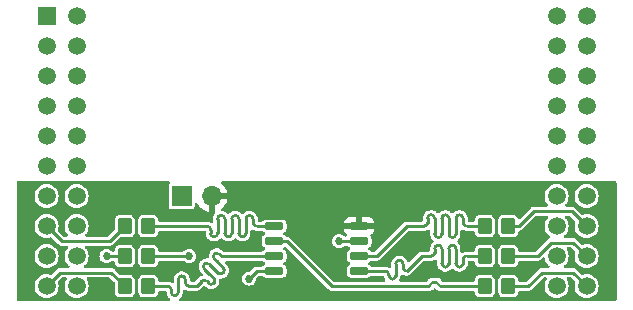
<source format=gbr>
%TF.GenerationSoftware,KiCad,Pcbnew,7.0.0*%
%TF.CreationDate,2023-03-21T20:03:05+00:00*%
%TF.ProjectId,SOIC-8_Breakout,534f4943-2d38-45f4-9272-65616b6f7574,1.0*%
%TF.SameCoordinates,Original*%
%TF.FileFunction,Copper,L1,Top*%
%TF.FilePolarity,Positive*%
%FSLAX46Y46*%
G04 Gerber Fmt 4.6, Leading zero omitted, Abs format (unit mm)*
G04 Created by KiCad (PCBNEW 7.0.0) date 2023-03-21 20:03:05*
%MOMM*%
%LPD*%
G01*
G04 APERTURE LIST*
G04 Aperture macros list*
%AMRoundRect*
0 Rectangle with rounded corners*
0 $1 Rounding radius*
0 $2 $3 $4 $5 $6 $7 $8 $9 X,Y pos of 4 corners*
0 Add a 4 corners polygon primitive as box body*
4,1,4,$2,$3,$4,$5,$6,$7,$8,$9,$2,$3,0*
0 Add four circle primitives for the rounded corners*
1,1,$1+$1,$2,$3*
1,1,$1+$1,$4,$5*
1,1,$1+$1,$6,$7*
1,1,$1+$1,$8,$9*
0 Add four rect primitives between the rounded corners*
20,1,$1+$1,$2,$3,$4,$5,0*
20,1,$1+$1,$4,$5,$6,$7,0*
20,1,$1+$1,$6,$7,$8,$9,0*
20,1,$1+$1,$8,$9,$2,$3,0*%
G04 Aperture macros list end*
%TA.AperFunction,ComponentPad*%
%ADD10R,1.520000X1.520000*%
%TD*%
%TA.AperFunction,ComponentPad*%
%ADD11C,1.520000*%
%TD*%
%TA.AperFunction,SMDPad,CuDef*%
%ADD12RoundRect,0.250000X0.350000X0.450000X-0.350000X0.450000X-0.350000X-0.450000X0.350000X-0.450000X0*%
%TD*%
%TA.AperFunction,SMDPad,CuDef*%
%ADD13RoundRect,0.250000X-0.350000X-0.450000X0.350000X-0.450000X0.350000X0.450000X-0.350000X0.450000X0*%
%TD*%
%TA.AperFunction,SMDPad,CuDef*%
%ADD14RoundRect,0.150000X0.650000X0.150000X-0.650000X0.150000X-0.650000X-0.150000X0.650000X-0.150000X0*%
%TD*%
%TA.AperFunction,ComponentPad*%
%ADD15R,1.700000X1.700000*%
%TD*%
%TA.AperFunction,ComponentPad*%
%ADD16O,1.700000X1.700000*%
%TD*%
%TA.AperFunction,ViaPad*%
%ADD17C,0.685800*%
%TD*%
%TA.AperFunction,Conductor*%
%ADD18C,0.254000*%
%TD*%
G04 APERTURE END LIST*
D10*
%TO.P,U2,J1_1,+3.3V*%
%TO.N,+3.3V*%
X72389999Y-44449999D03*
D11*
%TO.P,U2,J1_2,PB5*%
%TO.N,unconnected-(U2-PB5-PadJ1_2)*%
X72390000Y-46990000D03*
%TO.P,U2,J1_3,PB0*%
%TO.N,unconnected-(U2-PB0-PadJ1_3)*%
X72390000Y-49530000D03*
%TO.P,U2,J1_4,PB1*%
%TO.N,unconnected-(U2-PB1-PadJ1_4)*%
X72390000Y-52070000D03*
%TO.P,U2,J1_5,PE4*%
%TO.N,unconnected-(U2-PE4-PadJ1_5)*%
X72390000Y-54610000D03*
%TO.P,U2,J1_6,PE5*%
%TO.N,unconnected-(U2-PE5-PadJ1_6)*%
X72390000Y-57150000D03*
%TO.P,U2,J1_7,PB4*%
%TO.N,unconnected-(U2-PB4-PadJ1_7)*%
X72390000Y-59690000D03*
%TO.P,U2,J1_8,PA5*%
%TO.N,/MOSI*%
X72390000Y-62230000D03*
%TO.P,U2,J1_9,PA6*%
%TO.N,/WP#*%
X72390000Y-64770000D03*
%TO.P,U2,J1_10,PA7*%
%TO.N,/HLD#*%
X72390000Y-67310000D03*
%TO.P,U2,J2_1,GND*%
%TO.N,GND*%
X118110000Y-44450000D03*
%TO.P,U2,J3_1,+VBUS*%
%TO.N,unconnected-(U2-+VBUS-PadJ3_1)*%
X74930000Y-44450000D03*
%TO.P,U2,J4_1,PF2*%
%TO.N,unconnected-(U2-PF2-PadJ4_1)*%
X115570000Y-44450000D03*
%TO.P,U2,J2_2,PB2*%
%TO.N,unconnected-(U2-PB2-PadJ2_2)*%
X118110000Y-46990000D03*
%TO.P,U2,J3_2,GND*%
%TO.N,GND*%
X74930000Y-46990000D03*
%TO.P,U2,J4_2,PF3*%
%TO.N,unconnected-(U2-PF3-PadJ4_2)*%
X115570000Y-46990000D03*
%TO.P,U2,J2_3,PE0*%
%TO.N,unconnected-(U2-PE0-PadJ2_3)*%
X118110000Y-49530000D03*
%TO.P,U2,J3_3,PD0*%
%TO.N,unconnected-(U2-PD0-PadJ3_3)*%
X74930000Y-49530000D03*
%TO.P,U2,J4_3,PB3*%
%TO.N,unconnected-(U2-PB3-PadJ4_3)*%
X115570000Y-49530000D03*
%TO.P,U2,J2_4,PF0*%
%TO.N,unconnected-(U2-PF0-PadJ2_4)*%
X118110000Y-52070000D03*
%TO.P,U2,J3_4,PD1*%
%TO.N,unconnected-(U2-PD1-PadJ3_4)*%
X74930000Y-52070000D03*
%TO.P,U2,J4_4,PC4*%
%TO.N,unconnected-(U2-PC4-PadJ4_4)*%
X115570000Y-52070000D03*
%TO.P,U2,J2_5,~{TARGETRST}*%
%TO.N,unconnected-(U2-~{TARGETRST}-PadJ2_5)*%
X118110000Y-54610000D03*
%TO.P,U2,J3_5,PD2*%
%TO.N,unconnected-(U2-PD2-PadJ3_5)*%
X74930000Y-54610000D03*
%TO.P,U2,J4_5,PC5*%
%TO.N,unconnected-(U2-PC5-PadJ4_5)*%
X115570000Y-54610000D03*
%TO.P,U2,J2_6,PB7*%
%TO.N,unconnected-(U2-PB7-PadJ2_6)*%
X118110000Y-57150000D03*
%TO.P,U2,J3_6,PD3*%
%TO.N,unconnected-(U2-PD3-PadJ3_6)*%
X74930000Y-57150000D03*
%TO.P,U2,J4_6,PC6*%
%TO.N,unconnected-(U2-PC6-PadJ4_6)*%
X115570000Y-57150000D03*
%TO.P,U2,J2_7,PB6*%
%TO.N,unconnected-(U2-PB6-PadJ2_7)*%
X118110000Y-59690000D03*
%TO.P,U2,J3_7,PE1*%
%TO.N,unconnected-(U2-PE1-PadJ3_7)*%
X74930000Y-59690000D03*
%TO.P,U2,J4_7,PC7*%
%TO.N,unconnected-(U2-PC7-PadJ4_7)*%
X115570000Y-59690000D03*
%TO.P,U2,J2_8,PA4*%
%TO.N,/MISO*%
X118110000Y-62230000D03*
%TO.P,U2,J3_8,PE2*%
%TO.N,unconnected-(U2-PE2-PadJ3_8)*%
X74930000Y-62230000D03*
%TO.P,U2,J4_8,PD6*%
%TO.N,unconnected-(U2-PD6-PadJ4_8)*%
X115570000Y-62230000D03*
%TO.P,U2,J2_9,PA3*%
%TO.N,/CE#*%
X118110000Y-64770000D03*
%TO.P,U2,J3_9,PE3*%
%TO.N,unconnected-(U2-PE3-PadJ3_9)*%
X74930000Y-64770000D03*
%TO.P,U2,J4_9,PD7*%
%TO.N,unconnected-(U2-PD7-PadJ4_9)*%
X115570000Y-64770000D03*
%TO.P,U2,J2_10,PA2*%
%TO.N,/CLK*%
X118110000Y-67310000D03*
%TO.P,U2,J3_10,PF1*%
%TO.N,unconnected-(U2-PF1-PadJ3_10)*%
X74930000Y-67310000D03*
%TO.P,U2,J4_10,PF4*%
%TO.N,unconnected-(U2-PF4-PadJ4_10)*%
X115570000Y-67310000D03*
%TD*%
D12*
%TO.P,R6,1*%
%TO.N,Net-(U1-~{HOLD})*%
X81010000Y-67310000D03*
%TO.P,R6,2*%
%TO.N,/HLD#*%
X79010000Y-67310000D03*
%TD*%
%TO.P,R5,2*%
%TO.N,/WP#*%
X79010000Y-64770000D03*
%TO.P,R5,1*%
%TO.N,Net-(U1-~{WP})*%
X81010000Y-64770000D03*
%TD*%
D13*
%TO.P,R4,1*%
%TO.N,Net-(U1-SO)*%
X109490000Y-62230000D03*
%TO.P,R4,2*%
%TO.N,/MISO*%
X111490000Y-62230000D03*
%TD*%
D12*
%TO.P,R3,1*%
%TO.N,Net-(U1-SI)*%
X81010000Y-62230000D03*
%TO.P,R3,2*%
%TO.N,/MOSI*%
X79010000Y-62230000D03*
%TD*%
D13*
%TO.P,R2,1*%
%TO.N,Net-(U1-SCK)*%
X109490000Y-67310000D03*
%TO.P,R2,2*%
%TO.N,/CLK*%
X111490000Y-67310000D03*
%TD*%
D12*
%TO.P,R1,1*%
%TO.N,/CE#*%
X111490000Y-64770000D03*
%TO.P,R1,2*%
%TO.N,Net-(U1-~{CE})*%
X109490000Y-64770000D03*
%TD*%
D14*
%TO.P,U1,1,~{CE}*%
%TO.N,Net-(U1-~{CE})*%
X98850000Y-66040000D03*
%TO.P,U1,2,SO*%
%TO.N,Net-(U1-SO)*%
X98850000Y-64770000D03*
%TO.P,U1,3,~{WP}*%
%TO.N,Net-(U1-~{WP})*%
X98850000Y-63500000D03*
%TO.P,U1,4,VSS*%
%TO.N,GND*%
X98850000Y-62230000D03*
%TO.P,U1,5,SI*%
%TO.N,Net-(U1-SI)*%
X91650000Y-62230000D03*
%TO.P,U1,6,SCK*%
%TO.N,Net-(U1-SCK)*%
X91650000Y-63500000D03*
%TO.P,U1,7,~{HOLD}*%
%TO.N,Net-(U1-~{HOLD})*%
X91650000Y-64770000D03*
%TO.P,U1,8,VDD*%
%TO.N,+3.3V*%
X91650000Y-66040000D03*
%TD*%
D15*
%TO.P,J1,1,Pin_1*%
%TO.N,+3.3V*%
X83819999Y-59689999D03*
D16*
%TO.P,J1,2,Pin_2*%
%TO.N,GND*%
X86359999Y-59689999D03*
%TD*%
D17*
%TO.N,GND*%
X103505000Y-63500000D03*
%TO.N,+3.3V*%
X89535000Y-66675000D03*
%TO.N,/WP#*%
X77470000Y-64770000D03*
%TO.N,Net-(U1-~{WP})*%
X97155000Y-63500000D03*
X84455000Y-64770000D03*
%TD*%
D18*
%TO.N,Net-(U1-~{CE})*%
X101970000Y-65406152D02*
X101970000Y-65740000D01*
X104140000Y-64770000D02*
X102870000Y-66040000D01*
X104950000Y-64770000D02*
X104140000Y-64770000D01*
X105250000Y-64136149D02*
X105250000Y-64470000D01*
X106450000Y-64770000D02*
X106450000Y-65403850D01*
X107050000Y-65070000D02*
X107050000Y-64136152D01*
X101370000Y-66340000D02*
G75*
G03*
X101070000Y-66040000I-300000J0D01*
G01*
X101370000Y-66423851D02*
X101370000Y-66340000D01*
X107050000Y-65403848D02*
X107050000Y-65070000D01*
X109490000Y-64770000D02*
X107950000Y-64770000D01*
X107650000Y-65070000D02*
X107650000Y-65403848D01*
X101970000Y-65740000D02*
X101970000Y-66423851D01*
X106450000Y-64136152D02*
X106450000Y-64770000D01*
X101370049Y-66423851D02*
G75*
G03*
X101670000Y-66723851I299951J-49D01*
G01*
X102570000Y-65740000D02*
G75*
G03*
X102870000Y-66040000I300000J0D01*
G01*
X107350000Y-65703800D02*
G75*
G03*
X107650000Y-65403848I0J300000D01*
G01*
X107950000Y-64770000D02*
G75*
G03*
X107650000Y-65070000I0J-300000D01*
G01*
X101670000Y-66723900D02*
G75*
G03*
X101970000Y-66423851I0J300000D01*
G01*
X104950000Y-64770000D02*
G75*
G03*
X105250000Y-64470000I0J300000D01*
G01*
X102570000Y-65740000D02*
X102570000Y-65406152D01*
X102570048Y-65406152D02*
G75*
G03*
X102270000Y-65106152I-300048J-48D01*
G01*
X105850000Y-64770000D02*
X105850000Y-64136149D01*
X101070000Y-66040000D02*
X99730140Y-66040000D01*
X107049952Y-65403848D02*
G75*
G03*
X107350000Y-65703848I300048J48D01*
G01*
X107050048Y-64136152D02*
G75*
G03*
X106750000Y-63836152I-300048J-48D01*
G01*
X106150000Y-65703800D02*
G75*
G03*
X106450000Y-65403850I0J300000D01*
G01*
X105850000Y-65403850D02*
X105850000Y-64770000D01*
X105849950Y-65403850D02*
G75*
G03*
X106150000Y-65703850I300050J50D01*
G01*
X99730140Y-66040000D02*
X98850000Y-66040000D01*
X105849951Y-64136149D02*
G75*
G03*
X105550000Y-63836149I-299951J49D01*
G01*
X105550000Y-63836100D02*
G75*
G03*
X105250000Y-64136149I0J-300000D01*
G01*
X106750000Y-63836200D02*
G75*
G03*
X106450000Y-64136152I0J-300000D01*
G01*
X102270000Y-65106200D02*
G75*
G03*
X101970000Y-65406152I0J-300000D01*
G01*
%TO.N,Net-(U1-SO)*%
X109490000Y-62230000D02*
X107950000Y-62230000D01*
X102870000Y-62230000D02*
X100330000Y-64770000D01*
X100330000Y-64770000D02*
X98850000Y-64770000D01*
X104350000Y-62230000D02*
G75*
G03*
X104650000Y-61930000I0J300000D01*
G01*
X106450000Y-62230000D02*
X106450000Y-61563490D01*
X105250012Y-62896488D02*
G75*
G03*
X105550000Y-63196488I299988J-12D01*
G01*
X105550000Y-63196500D02*
G75*
G03*
X105850000Y-62896488I0J300000D01*
G01*
X105850000Y-62230000D02*
X105850000Y-62896488D01*
X106150000Y-61263500D02*
G75*
G03*
X105850000Y-61563490I0J-300000D01*
G01*
X106450010Y-61563490D02*
G75*
G03*
X106150000Y-61263490I-300010J-10D01*
G01*
X107050000Y-61930000D02*
X107050000Y-62896510D01*
X106449990Y-62896510D02*
G75*
G03*
X106750000Y-63196510I300010J10D01*
G01*
X105250010Y-61563490D02*
G75*
G03*
X104950000Y-61263490I-300010J-10D01*
G01*
X106750000Y-63196500D02*
G75*
G03*
X107050000Y-62896510I0J300000D01*
G01*
X104350000Y-62230000D02*
X102870000Y-62230000D01*
X107350000Y-61263500D02*
G75*
G03*
X107050000Y-61563490I0J-300000D01*
G01*
X107050000Y-61563490D02*
X107050000Y-61930000D01*
X104950000Y-61263500D02*
G75*
G03*
X104650000Y-61563490I0J-300000D01*
G01*
X107650000Y-61930000D02*
G75*
G03*
X107950000Y-62230000I300000J0D01*
G01*
X107650010Y-61563490D02*
G75*
G03*
X107350000Y-61263490I-300010J-10D01*
G01*
X107650000Y-61930000D02*
X107650000Y-61563490D01*
X106450000Y-62896510D02*
X106450000Y-62230000D01*
X105850000Y-61563490D02*
X105850000Y-62230000D01*
X105250000Y-62896488D02*
X105250000Y-62230000D01*
X105250000Y-62230000D02*
X105250000Y-61563490D01*
X104650000Y-61563490D02*
X104650000Y-61930000D01*
%TO.N,+3.3V*%
X91650000Y-66040000D02*
X90170000Y-66040000D01*
X90170000Y-66040000D02*
X89535000Y-66675000D01*
%TO.N,Net-(U1-~{HOLD})*%
X86544572Y-67078686D02*
X86544570Y-67078689D01*
X86145074Y-66254924D02*
X86544572Y-66654422D01*
X86120307Y-67078688D02*
G75*
G03*
X86544569Y-67078688I212131J212131D01*
G01*
X85745526Y-65855376D02*
X86145074Y-66254924D01*
X86933481Y-66194803D02*
X86569340Y-65830662D01*
X86594089Y-65006883D02*
X86781469Y-65194263D01*
X87205734Y-64770000D02*
X87205735Y-64770000D01*
X91650000Y-64770000D02*
X87630000Y-64770000D01*
X82939983Y-67825017D02*
G75*
G03*
X83240000Y-68125017I300017J17D01*
G01*
X86594090Y-64582619D02*
X86594089Y-64582619D01*
X85090000Y-67310000D02*
X84440000Y-67310000D01*
X86781469Y-65194263D02*
X87357745Y-65770539D01*
X82940000Y-67610000D02*
G75*
G03*
X82640000Y-67310000I-300000J0D01*
G01*
X82940000Y-67825017D02*
X82940000Y-67610000D01*
X83240000Y-68125000D02*
G75*
G03*
X83540000Y-67825017I0J300000D01*
G01*
X87205734Y-64770000D02*
G75*
G03*
X87630000Y-64770000I212133J212134D01*
G01*
X85932941Y-66891326D02*
G75*
G03*
X85508679Y-66891326I-212131J-212131D01*
G01*
X84140019Y-66744981D02*
G75*
G03*
X83840000Y-66444981I-300019J-19D01*
G01*
X87357774Y-66194832D02*
G75*
G03*
X87357745Y-65770539I-212174J212132D01*
G01*
X85508678Y-66891325D02*
X85508677Y-66891324D01*
X87018353Y-64582620D02*
G75*
G03*
X86594091Y-64582620I-212131J-212131D01*
G01*
X86933482Y-66194802D02*
G75*
G03*
X87357744Y-66194802I212131J212131D01*
G01*
X86120306Y-67078689D02*
X85932942Y-66891325D01*
X86569340Y-65830662D02*
X86169790Y-65431112D01*
X86169789Y-65431113D02*
G75*
G03*
X85745527Y-65431113I-212131J-212131D01*
G01*
X86594138Y-64582668D02*
G75*
G03*
X86594089Y-65006883I212062J-212132D01*
G01*
X85745483Y-65431069D02*
G75*
G03*
X85745527Y-65855375I212217J-212131D01*
G01*
X87205735Y-64770000D02*
X87018354Y-64582619D01*
X86544617Y-67078731D02*
G75*
G03*
X86544571Y-66654423I-212217J212131D01*
G01*
X83540000Y-66744981D02*
X83540000Y-67010000D01*
X84140000Y-67010000D02*
G75*
G03*
X84440000Y-67310000I300000J0D01*
G01*
X83840000Y-66445000D02*
G75*
G03*
X83540000Y-66744981I0J-300000D01*
G01*
X85508677Y-66891324D02*
X85090000Y-67310000D01*
X84140000Y-67010000D02*
X84140000Y-66744981D01*
X83540000Y-67010000D02*
X83540000Y-67825017D01*
X82640000Y-67310000D02*
X81010000Y-67310000D01*
%TO.N,Net-(U1-SI)*%
X86269954Y-62844546D02*
G75*
G03*
X86570000Y-63144546I300046J46D01*
G01*
X86570000Y-63144500D02*
G75*
G03*
X86870000Y-62844546I0J300000D01*
G01*
X88370000Y-61315400D02*
G75*
G03*
X88070000Y-61615449I0J-300000D01*
G01*
X88670000Y-62230000D02*
X88670000Y-61615449D01*
X87170000Y-61315400D02*
G75*
G03*
X86870000Y-61615448I0J-300000D01*
G01*
X86870000Y-61615448D02*
X86870000Y-62230000D01*
X87770000Y-63144500D02*
G75*
G03*
X88070000Y-62844550I0J300000D01*
G01*
X88669951Y-61615449D02*
G75*
G03*
X88370000Y-61315449I-299951J49D01*
G01*
X89270000Y-61930000D02*
X89270000Y-62844552D01*
X86870000Y-62230000D02*
X86870000Y-62844546D01*
X88670048Y-62844552D02*
G75*
G03*
X88970000Y-63144552I299952J-48D01*
G01*
X87469952Y-61615448D02*
G75*
G03*
X87170000Y-61315448I-299952J48D01*
G01*
X87469950Y-62844550D02*
G75*
G03*
X87770000Y-63144550I300050J50D01*
G01*
X86270000Y-62530000D02*
G75*
G03*
X85970000Y-62230000I-300000J0D01*
G01*
X89570000Y-61315400D02*
G75*
G03*
X89270000Y-61615448I0J-300000D01*
G01*
X88970000Y-63144600D02*
G75*
G03*
X89270000Y-62844552I0J300000D01*
G01*
X89869952Y-61615448D02*
G75*
G03*
X89570000Y-61315448I-299952J48D01*
G01*
X88070000Y-61615449D02*
X88070000Y-62230000D01*
X89870000Y-61930000D02*
G75*
G03*
X90170000Y-62230000I300000J0D01*
G01*
X91650000Y-62230000D02*
X90170000Y-62230000D01*
X89870000Y-61930000D02*
X89870000Y-61615448D01*
X89270000Y-61615448D02*
X89270000Y-61930000D01*
X88670000Y-62844552D02*
X88670000Y-62230000D01*
X88070000Y-62230000D02*
X88070000Y-62844550D01*
X87470000Y-62844550D02*
X87470000Y-62230000D01*
X87470000Y-62230000D02*
X87470000Y-61615448D01*
X85970000Y-62230000D02*
X82274643Y-62230000D01*
X86270000Y-62844546D02*
X86270000Y-62530000D01*
X82274643Y-62230000D02*
X81010000Y-62230000D01*
%TO.N,Net-(U1-SCK)*%
X104775000Y-67309986D02*
G75*
G03*
X104947486Y-67137514I0J172486D01*
G01*
X105119972Y-66964986D02*
G75*
G03*
X104947486Y-67137514I28J-172514D01*
G01*
X105547472Y-67137514D02*
G75*
G03*
X105375000Y-66965028I-172472J14D01*
G01*
X105547500Y-67137514D02*
G75*
G03*
X105719972Y-67310000I172500J14D01*
G01*
X96520000Y-67310000D02*
X104775000Y-67310000D01*
X105119972Y-66965028D02*
X105375000Y-66965028D01*
X91650000Y-63500000D02*
X92710000Y-63500000D01*
X92710000Y-63500000D02*
X96520000Y-67310000D01*
X105719972Y-67310000D02*
X105975000Y-67310000D01*
X105975000Y-67310000D02*
X109490000Y-67310000D01*
%TO.N,/CLK*%
X111490000Y-67310000D02*
X113191653Y-67310000D01*
X113191653Y-67310000D02*
X114332653Y-66169000D01*
%TO.N,/CE#*%
X111490000Y-64770000D02*
X113956382Y-64770000D01*
%TO.N,/MISO*%
X111490000Y-62230000D02*
X112395000Y-62230000D01*
X112395000Y-62230000D02*
X113665000Y-60960000D01*
X113665000Y-60960000D02*
X116840000Y-60960000D01*
X116840000Y-60960000D02*
X118110000Y-62230000D01*
%TO.N,/WP#*%
X79010000Y-64770000D02*
X77470000Y-64770000D01*
%TO.N,/HLD#*%
X79010000Y-67310000D02*
X77869000Y-66169000D01*
X77869000Y-66169000D02*
X73531000Y-66169000D01*
X73531000Y-66169000D02*
X72390000Y-67310000D01*
%TO.N,/MOSI*%
X77740000Y-63500000D02*
X73660000Y-63500000D01*
X79010000Y-62230000D02*
X77740000Y-63500000D01*
X73660000Y-63500000D02*
X73342500Y-63182500D01*
%TO.N,Net-(U1-~{WP})*%
X98850000Y-63500000D02*
X97155000Y-63500000D01*
X84455000Y-64770000D02*
X81010000Y-64770000D01*
%TO.N,/CLK*%
X114332653Y-66169000D02*
X116969000Y-66169000D01*
X116969000Y-66169000D02*
X118110000Y-67310000D01*
%TO.N,/MOSI*%
X72390000Y-62230000D02*
X73660000Y-63500000D01*
%TO.N,/CE#*%
X116969000Y-63629000D02*
X118110000Y-64770000D01*
X115097382Y-63629000D02*
X116969000Y-63629000D01*
X113956382Y-64770000D02*
X115097382Y-63629000D01*
%TD*%
%TA.AperFunction,Conductor*%
%TO.N,GND*%
G36*
X82791555Y-58436311D02*
G01*
X82836694Y-58479711D01*
X82854870Y-58539632D01*
X82841450Y-58600796D01*
X82799857Y-58647601D01*
X82786516Y-58656516D01*
X82779733Y-58666666D01*
X82779731Y-58666669D01*
X82737050Y-58730545D01*
X82737048Y-58730548D01*
X82730266Y-58740699D01*
X82727883Y-58752674D01*
X82727883Y-58752677D01*
X82716689Y-58808952D01*
X82716688Y-58808958D01*
X82715500Y-58814933D01*
X82715500Y-58821024D01*
X82715500Y-58821028D01*
X82715500Y-60558976D01*
X82715500Y-60558986D01*
X82715501Y-60565066D01*
X82716687Y-60571030D01*
X82716688Y-60571037D01*
X82727883Y-60627324D01*
X82727884Y-60627327D01*
X82730266Y-60639301D01*
X82737049Y-60649453D01*
X82737050Y-60649454D01*
X82768030Y-60695819D01*
X82786516Y-60723484D01*
X82870699Y-60779734D01*
X82944933Y-60794500D01*
X84695066Y-60794499D01*
X84769301Y-60779734D01*
X84853484Y-60723484D01*
X84909734Y-60639301D01*
X84924500Y-60565067D01*
X84924499Y-60365257D01*
X84942210Y-60301396D01*
X84990284Y-60255775D01*
X85054988Y-60241430D01*
X85117838Y-60262459D01*
X85160881Y-60312854D01*
X85184115Y-60362679D01*
X85189501Y-60372008D01*
X85318784Y-60556643D01*
X85325721Y-60564909D01*
X85485090Y-60724278D01*
X85493356Y-60731215D01*
X85677991Y-60860498D01*
X85687323Y-60865886D01*
X85891602Y-60961143D01*
X85901736Y-60964831D01*
X86096219Y-61016943D01*
X86107448Y-61017311D01*
X86110000Y-61006369D01*
X86110000Y-59564000D01*
X86126613Y-59502000D01*
X86172000Y-59456613D01*
X86234000Y-59440000D01*
X87676369Y-59440000D01*
X87687311Y-59437448D01*
X87686943Y-59426219D01*
X87634831Y-59231736D01*
X87631143Y-59221602D01*
X87535889Y-59017332D01*
X87530491Y-59007982D01*
X87401215Y-58823357D01*
X87394280Y-58815092D01*
X87234909Y-58655721D01*
X87226641Y-58648783D01*
X87222775Y-58646076D01*
X87182447Y-58598860D01*
X87170067Y-58538012D01*
X87188739Y-58478791D01*
X87233780Y-58436047D01*
X87293897Y-58420500D01*
X120525500Y-58420500D01*
X120587500Y-58437113D01*
X120632887Y-58482500D01*
X120649500Y-58544500D01*
X120649500Y-68455500D01*
X120632887Y-68517500D01*
X120587500Y-68562887D01*
X120525500Y-68579500D01*
X83741299Y-68579500D01*
X83682539Y-68564693D01*
X83637811Y-68523810D01*
X83617798Y-68466613D01*
X83627279Y-68406762D01*
X83663989Y-68358551D01*
X83724929Y-68309956D01*
X83820680Y-68189895D01*
X83887316Y-68051538D01*
X83921496Y-67901822D01*
X83921496Y-67888697D01*
X83921497Y-67888683D01*
X83921500Y-67888678D01*
X83921500Y-67824995D01*
X83921503Y-67770187D01*
X83921500Y-67770177D01*
X83921500Y-67714057D01*
X83936972Y-67654076D01*
X83979528Y-67609063D01*
X84038547Y-67590252D01*
X84099301Y-67602337D01*
X84185497Y-67643846D01*
X84213491Y-67657327D01*
X84363213Y-67691500D01*
X84376339Y-67691500D01*
X84440000Y-67691500D01*
X84494851Y-67691500D01*
X85037571Y-67691500D01*
X85063017Y-67694138D01*
X85074016Y-67696445D01*
X85106049Y-67692452D01*
X85111385Y-67692120D01*
X85111369Y-67691924D01*
X85116482Y-67691500D01*
X85121611Y-67691500D01*
X85142470Y-67688018D01*
X85147540Y-67687279D01*
X85200360Y-67680696D01*
X85207618Y-67677147D01*
X85215586Y-67675818D01*
X85262402Y-67650482D01*
X85266897Y-67648168D01*
X85314746Y-67624777D01*
X85320459Y-67619063D01*
X85327562Y-67615220D01*
X85363628Y-67576040D01*
X85367129Y-67572392D01*
X85633127Y-67306395D01*
X85688715Y-67274301D01*
X85752902Y-67274301D01*
X85808489Y-67306395D01*
X85872897Y-67370803D01*
X85871259Y-67372440D01*
X85871262Y-67372444D01*
X85872901Y-67370806D01*
X85904842Y-67402746D01*
X86034876Y-67484451D01*
X86179831Y-67535173D01*
X86332438Y-67552368D01*
X86485045Y-67535173D01*
X86630000Y-67484451D01*
X86760034Y-67402746D01*
X86775575Y-67387204D01*
X86775610Y-67387186D01*
X86790503Y-67372286D01*
X86802943Y-67361402D01*
X86826684Y-67343276D01*
X86834080Y-67332181D01*
X86849548Y-67313309D01*
X86868718Y-67294133D01*
X86950399Y-67164089D01*
X87001097Y-67019131D01*
X87018273Y-66866526D01*
X87011402Y-66805596D01*
X87022897Y-66737908D01*
X87068646Y-66686710D01*
X87134621Y-66667702D01*
X87138690Y-66667702D01*
X87145613Y-66668482D01*
X87159290Y-66666941D01*
X87166629Y-66666114D01*
X87298220Y-66651287D01*
X87443175Y-66600565D01*
X87573209Y-66518860D01*
X87588731Y-66503337D01*
X87588751Y-66503327D01*
X87627431Y-66464639D01*
X87627546Y-66464551D01*
X87627561Y-66464566D01*
X87681853Y-66410264D01*
X87763547Y-66280222D01*
X87814257Y-66135262D01*
X87831441Y-65982653D01*
X87814236Y-65830046D01*
X87763506Y-65685093D01*
X87681794Y-65555063D01*
X87627496Y-65500768D01*
X87627496Y-65500767D01*
X87549074Y-65422346D01*
X87517601Y-65368993D01*
X87515864Y-65307072D01*
X87544296Y-65252038D01*
X87595801Y-65217623D01*
X87607584Y-65213500D01*
X87715430Y-65175763D01*
X87723800Y-65170503D01*
X87725672Y-65169964D01*
X87727596Y-65169038D01*
X87727753Y-65169364D01*
X87789768Y-65151500D01*
X90608089Y-65151500D01*
X90655542Y-65160939D01*
X90695770Y-65187818D01*
X90759277Y-65251326D01*
X90767973Y-65255756D01*
X90767976Y-65255759D01*
X90844039Y-65294516D01*
X90893472Y-65340210D01*
X90911744Y-65405000D01*
X90893472Y-65469790D01*
X90844039Y-65515484D01*
X90767976Y-65554240D01*
X90767968Y-65554245D01*
X90759277Y-65558674D01*
X90752378Y-65565572D01*
X90752375Y-65565575D01*
X90695770Y-65622181D01*
X90655542Y-65649061D01*
X90608089Y-65658500D01*
X90222429Y-65658500D01*
X90196982Y-65655861D01*
X90185984Y-65653555D01*
X90175793Y-65654825D01*
X90175789Y-65654825D01*
X90153950Y-65657548D01*
X90148611Y-65657879D01*
X90148628Y-65658077D01*
X90143520Y-65658500D01*
X90138389Y-65658500D01*
X90133335Y-65659343D01*
X90133327Y-65659344D01*
X90117520Y-65661982D01*
X90112455Y-65662720D01*
X90069827Y-65668034D01*
X90069826Y-65668034D01*
X90059640Y-65669304D01*
X90052381Y-65672852D01*
X90044414Y-65674182D01*
X90035380Y-65679070D01*
X90035379Y-65679071D01*
X89997626Y-65699501D01*
X89993075Y-65701843D01*
X89954479Y-65720712D01*
X89954474Y-65720715D01*
X89945254Y-65725223D01*
X89939540Y-65730936D01*
X89932438Y-65734780D01*
X89925485Y-65742332D01*
X89925482Y-65742335D01*
X89896395Y-65773931D01*
X89892848Y-65777627D01*
X89633289Y-66037187D01*
X89593061Y-66064067D01*
X89545608Y-66073506D01*
X89543059Y-66073506D01*
X89535000Y-66072445D01*
X89526941Y-66073506D01*
X89387107Y-66091915D01*
X89387100Y-66091916D01*
X89379047Y-66092977D01*
X89371537Y-66096087D01*
X89371536Y-66096088D01*
X89241230Y-66150062D01*
X89241226Y-66150063D01*
X89233723Y-66153172D01*
X89227278Y-66158116D01*
X89227275Y-66158119D01*
X89115375Y-66243982D01*
X89115371Y-66243985D01*
X89108929Y-66248929D01*
X89103985Y-66255371D01*
X89103982Y-66255375D01*
X89018119Y-66367275D01*
X89018116Y-66367278D01*
X89013172Y-66373723D01*
X89010063Y-66381226D01*
X89010062Y-66381230D01*
X88975512Y-66464643D01*
X88952977Y-66519047D01*
X88951916Y-66527100D01*
X88951915Y-66527107D01*
X88935693Y-66650326D01*
X88932445Y-66675000D01*
X88933506Y-66683059D01*
X88950883Y-66815054D01*
X88952977Y-66830953D01*
X88956088Y-66838464D01*
X88956089Y-66838467D01*
X89000771Y-66946339D01*
X89013172Y-66976278D01*
X89108929Y-67101071D01*
X89233722Y-67196828D01*
X89379047Y-67257023D01*
X89535000Y-67277555D01*
X89690953Y-67257023D01*
X89836278Y-67196828D01*
X89961071Y-67101071D01*
X90056828Y-66976278D01*
X90117023Y-66830953D01*
X90137555Y-66675000D01*
X90136494Y-66666941D01*
X90136494Y-66664390D01*
X90145933Y-66616937D01*
X90172813Y-66576708D01*
X90181381Y-66568141D01*
X90260258Y-66489264D01*
X90291705Y-66457818D01*
X90331934Y-66430939D01*
X90379386Y-66421500D01*
X90608089Y-66421500D01*
X90655542Y-66430939D01*
X90695769Y-66457818D01*
X90759277Y-66521326D01*
X90873445Y-66579498D01*
X90968166Y-66594500D01*
X92326954Y-66594500D01*
X92331834Y-66594500D01*
X92426555Y-66579498D01*
X92540723Y-66521326D01*
X92631326Y-66430723D01*
X92689498Y-66316555D01*
X92704500Y-66221834D01*
X92704500Y-65858166D01*
X92689498Y-65763445D01*
X92631326Y-65649277D01*
X92540723Y-65558674D01*
X92455959Y-65515484D01*
X92406528Y-65469790D01*
X92388255Y-65405000D01*
X92406528Y-65340210D01*
X92455959Y-65294515D01*
X92540723Y-65251326D01*
X92631326Y-65160723D01*
X92689498Y-65046555D01*
X92704500Y-64951834D01*
X92704500Y-64588166D01*
X92689498Y-64493445D01*
X92631326Y-64379277D01*
X92540723Y-64288674D01*
X92513992Y-64275054D01*
X92461234Y-64248172D01*
X92455959Y-64245484D01*
X92406528Y-64199790D01*
X92388255Y-64135000D01*
X92406527Y-64070210D01*
X92455959Y-64024515D01*
X92534038Y-63984731D01*
X92583843Y-63971387D01*
X92634771Y-63979453D01*
X92678013Y-64007535D01*
X94446284Y-65775807D01*
X96213166Y-67542689D01*
X96229293Y-67562548D01*
X96235440Y-67571956D01*
X96258947Y-67590252D01*
X96260908Y-67591778D01*
X96264923Y-67595324D01*
X96265052Y-67595173D01*
X96268960Y-67598483D01*
X96272591Y-67602114D01*
X96276766Y-67605095D01*
X96276770Y-67605098D01*
X96289813Y-67614410D01*
X96293924Y-67617475D01*
X96335915Y-67650158D01*
X96343557Y-67652781D01*
X96350131Y-67657475D01*
X96359980Y-67660407D01*
X96359982Y-67660408D01*
X96401123Y-67672656D01*
X96405998Y-67674217D01*
X96456339Y-67691500D01*
X96464417Y-67691500D01*
X96472159Y-67693805D01*
X96525321Y-67691605D01*
X96530446Y-67691500D01*
X104806441Y-67691500D01*
X104806611Y-67691500D01*
X104806667Y-67691490D01*
X104806780Y-67691486D01*
X104830453Y-67691486D01*
X104837416Y-67691486D01*
X104959118Y-67663710D01*
X105071589Y-67609550D01*
X105169190Y-67531722D01*
X105170752Y-67533681D01*
X105215395Y-67507907D01*
X105279583Y-67507907D01*
X105324199Y-67533666D01*
X105325768Y-67531700D01*
X105417795Y-67605098D01*
X105423354Y-67609531D01*
X105535810Y-67663699D01*
X105653863Y-67690659D01*
X105656311Y-67691500D01*
X105666592Y-67691500D01*
X105719910Y-67691500D01*
X105774761Y-67691509D01*
X105774788Y-67691500D01*
X105774804Y-67691500D01*
X105911339Y-67691500D01*
X106006611Y-67691500D01*
X108511889Y-67691500D01*
X108571962Y-67707023D01*
X108616995Y-67749706D01*
X108635501Y-67808199D01*
X108635501Y-67808254D01*
X108635853Y-67811531D01*
X108635854Y-67811545D01*
X108640579Y-67855495D01*
X108641960Y-67868342D01*
X108644669Y-67875604D01*
X108644670Y-67875609D01*
X108656980Y-67908612D01*
X108692658Y-68004267D01*
X108779596Y-68120404D01*
X108895733Y-68207342D01*
X109031658Y-68258040D01*
X109091745Y-68264500D01*
X109888254Y-68264499D01*
X109948342Y-68258040D01*
X110084267Y-68207342D01*
X110200404Y-68120404D01*
X110287342Y-68004267D01*
X110338040Y-67868342D01*
X110344500Y-67808255D01*
X110344500Y-67804960D01*
X110635500Y-67804960D01*
X110635501Y-67808254D01*
X110635853Y-67811531D01*
X110635854Y-67811544D01*
X110640498Y-67854748D01*
X110641960Y-67868342D01*
X110644669Y-67875604D01*
X110644670Y-67875609D01*
X110656980Y-67908612D01*
X110692658Y-68004267D01*
X110779596Y-68120404D01*
X110895733Y-68207342D01*
X111031658Y-68258040D01*
X111091745Y-68264500D01*
X111888254Y-68264499D01*
X111948342Y-68258040D01*
X112084267Y-68207342D01*
X112200404Y-68120404D01*
X112287342Y-68004267D01*
X112338040Y-67868342D01*
X112344500Y-67808255D01*
X112344500Y-67808202D01*
X112363005Y-67749708D01*
X112408038Y-67707024D01*
X112468112Y-67691500D01*
X113139225Y-67691500D01*
X113164671Y-67694138D01*
X113175670Y-67696445D01*
X113207702Y-67692452D01*
X113213036Y-67692120D01*
X113213020Y-67691924D01*
X113218134Y-67691500D01*
X113223264Y-67691500D01*
X113244187Y-67688008D01*
X113249156Y-67687284D01*
X113302013Y-67680696D01*
X113309271Y-67677147D01*
X113317239Y-67675818D01*
X113364052Y-67650483D01*
X113368575Y-67648154D01*
X113416399Y-67624776D01*
X113422109Y-67619065D01*
X113429215Y-67615220D01*
X113465269Y-67576053D01*
X113468793Y-67572380D01*
X114454356Y-66586819D01*
X114494585Y-66559939D01*
X114542038Y-66550500D01*
X114620179Y-66550500D01*
X114683927Y-66568141D01*
X114729536Y-66616045D01*
X114744030Y-66680581D01*
X114723739Y-66742005D01*
X114722392Y-66743647D01*
X114719525Y-66749009D01*
X114719522Y-66749015D01*
X114631060Y-66914516D01*
X114631056Y-66914523D01*
X114628189Y-66919889D01*
X114626422Y-66925712D01*
X114626421Y-66925716D01*
X114571947Y-67105292D01*
X114571945Y-67105299D01*
X114570179Y-67111123D01*
X114569582Y-67117179D01*
X114569581Y-67117187D01*
X114561431Y-67199939D01*
X114550591Y-67310000D01*
X114551188Y-67316061D01*
X114569581Y-67502812D01*
X114569582Y-67502818D01*
X114570179Y-67508877D01*
X114571946Y-67514702D01*
X114571947Y-67514707D01*
X114625765Y-67692120D01*
X114628189Y-67700111D01*
X114631058Y-67705479D01*
X114631060Y-67705483D01*
X114694933Y-67824981D01*
X114722392Y-67876353D01*
X114726258Y-67881064D01*
X114726259Y-67881065D01*
X114833189Y-68011360D01*
X114849169Y-68030831D01*
X115003647Y-68157608D01*
X115179889Y-68251811D01*
X115371123Y-68309821D01*
X115570000Y-68329409D01*
X115768877Y-68309821D01*
X115960111Y-68251811D01*
X116136353Y-68157608D01*
X116290831Y-68030831D01*
X116417608Y-67876353D01*
X116511811Y-67700111D01*
X116569821Y-67508877D01*
X116589409Y-67310000D01*
X116569821Y-67111123D01*
X116511811Y-66919889D01*
X116417608Y-66743647D01*
X116416260Y-66742005D01*
X116395970Y-66680581D01*
X116410464Y-66616045D01*
X116456073Y-66568141D01*
X116519821Y-66550500D01*
X116759616Y-66550500D01*
X116807069Y-66559939D01*
X116847297Y-66586819D01*
X117118468Y-66857991D01*
X117151071Y-66915542D01*
X117149448Y-66981666D01*
X117111948Y-67105289D01*
X117111946Y-67105295D01*
X117110179Y-67111123D01*
X117109582Y-67117179D01*
X117109581Y-67117187D01*
X117101431Y-67199939D01*
X117090591Y-67310000D01*
X117091188Y-67316061D01*
X117109581Y-67502812D01*
X117109582Y-67502818D01*
X117110179Y-67508877D01*
X117111946Y-67514702D01*
X117111947Y-67514707D01*
X117165765Y-67692120D01*
X117168189Y-67700111D01*
X117171058Y-67705479D01*
X117171060Y-67705483D01*
X117234933Y-67824981D01*
X117262392Y-67876353D01*
X117266258Y-67881064D01*
X117266259Y-67881065D01*
X117373189Y-68011360D01*
X117389169Y-68030831D01*
X117543647Y-68157608D01*
X117719889Y-68251811D01*
X117911123Y-68309821D01*
X118110000Y-68329409D01*
X118308877Y-68309821D01*
X118500111Y-68251811D01*
X118676353Y-68157608D01*
X118830831Y-68030831D01*
X118957608Y-67876353D01*
X119051811Y-67700111D01*
X119109821Y-67508877D01*
X119129409Y-67310000D01*
X119109821Y-67111123D01*
X119051811Y-66919889D01*
X118957608Y-66743647D01*
X118830831Y-66589169D01*
X118823957Y-66583528D01*
X118681065Y-66466259D01*
X118681064Y-66466258D01*
X118676353Y-66462392D01*
X118622827Y-66433782D01*
X118505483Y-66371060D01*
X118505479Y-66371058D01*
X118500111Y-66368189D01*
X118494283Y-66366421D01*
X118314707Y-66311947D01*
X118314702Y-66311946D01*
X118308877Y-66310179D01*
X118302818Y-66309582D01*
X118302812Y-66309581D01*
X118116061Y-66291188D01*
X118110000Y-66290591D01*
X118103939Y-66291188D01*
X117917187Y-66309581D01*
X117917179Y-66309582D01*
X117911123Y-66310179D01*
X117905295Y-66311946D01*
X117905289Y-66311948D01*
X117781666Y-66349448D01*
X117715542Y-66351071D01*
X117657991Y-66318468D01*
X117275834Y-65936311D01*
X117259705Y-65916450D01*
X117253560Y-65907044D01*
X117245451Y-65900733D01*
X117245447Y-65900728D01*
X117228085Y-65887215D01*
X117224078Y-65883676D01*
X117223950Y-65883828D01*
X117220036Y-65880513D01*
X117216409Y-65876886D01*
X117199194Y-65864595D01*
X117195091Y-65861535D01*
X117161192Y-65835151D01*
X117161188Y-65835149D01*
X117153085Y-65828842D01*
X117145444Y-65826218D01*
X117138870Y-65821525D01*
X117129027Y-65818594D01*
X117129024Y-65818593D01*
X117087862Y-65806339D01*
X117082981Y-65804775D01*
X117042377Y-65790835D01*
X117042373Y-65790834D01*
X117032661Y-65787500D01*
X117024583Y-65787500D01*
X117016841Y-65785195D01*
X117006577Y-65785619D01*
X117006573Y-65785619D01*
X116963679Y-65787394D01*
X116958554Y-65787500D01*
X116275896Y-65787500D01*
X116217443Y-65772858D01*
X116172794Y-65732391D01*
X116152493Y-65675654D01*
X116161335Y-65616048D01*
X116197231Y-65567647D01*
X116221590Y-65547655D01*
X116290831Y-65490831D01*
X116417608Y-65336353D01*
X116511811Y-65160111D01*
X116569821Y-64968877D01*
X116589409Y-64770000D01*
X116569821Y-64571123D01*
X116511811Y-64379889D01*
X116417608Y-64203647D01*
X116416260Y-64202005D01*
X116395970Y-64140581D01*
X116410464Y-64076045D01*
X116456073Y-64028141D01*
X116519821Y-64010500D01*
X116759616Y-64010500D01*
X116807069Y-64019939D01*
X116847297Y-64046819D01*
X117118468Y-64317991D01*
X117151071Y-64375542D01*
X117149448Y-64441666D01*
X117111948Y-64565289D01*
X117111946Y-64565295D01*
X117110179Y-64571123D01*
X117109582Y-64577179D01*
X117109581Y-64577187D01*
X117095057Y-64724652D01*
X117090591Y-64770000D01*
X117091188Y-64776061D01*
X117109581Y-64962812D01*
X117109582Y-64962818D01*
X117110179Y-64968877D01*
X117111946Y-64974702D01*
X117111947Y-64974707D01*
X117165737Y-65152027D01*
X117168189Y-65160111D01*
X117171058Y-65165479D01*
X117171060Y-65165483D01*
X117230154Y-65276040D01*
X117262392Y-65336353D01*
X117266258Y-65341064D01*
X117266259Y-65341065D01*
X117375134Y-65473730D01*
X117389169Y-65490831D01*
X117543647Y-65617608D01*
X117719889Y-65711811D01*
X117911123Y-65769821D01*
X118110000Y-65789409D01*
X118308877Y-65769821D01*
X118500111Y-65711811D01*
X118676353Y-65617608D01*
X118830831Y-65490831D01*
X118957608Y-65336353D01*
X119051811Y-65160111D01*
X119109821Y-64968877D01*
X119129409Y-64770000D01*
X119109821Y-64571123D01*
X119051811Y-64379889D01*
X118957608Y-64203647D01*
X118830831Y-64049169D01*
X118736053Y-63971387D01*
X118681065Y-63926259D01*
X118681064Y-63926258D01*
X118676353Y-63922392D01*
X118630015Y-63897624D01*
X118505483Y-63831060D01*
X118505479Y-63831058D01*
X118500111Y-63828189D01*
X118494283Y-63826421D01*
X118314707Y-63771947D01*
X118314702Y-63771946D01*
X118308877Y-63770179D01*
X118302818Y-63769582D01*
X118302812Y-63769581D01*
X118116061Y-63751188D01*
X118110000Y-63750591D01*
X118103939Y-63751188D01*
X117917187Y-63769581D01*
X117917179Y-63769582D01*
X117911123Y-63770179D01*
X117905295Y-63771946D01*
X117905289Y-63771948D01*
X117781666Y-63809448D01*
X117715542Y-63811071D01*
X117657991Y-63778468D01*
X117275834Y-63396311D01*
X117259705Y-63376450D01*
X117253560Y-63367044D01*
X117245451Y-63360733D01*
X117245447Y-63360728D01*
X117228085Y-63347215D01*
X117224078Y-63343676D01*
X117223950Y-63343828D01*
X117220036Y-63340513D01*
X117216409Y-63336886D01*
X117199194Y-63324595D01*
X117195091Y-63321535D01*
X117161192Y-63295151D01*
X117161188Y-63295149D01*
X117153085Y-63288842D01*
X117145444Y-63286218D01*
X117138870Y-63281525D01*
X117129027Y-63278594D01*
X117129024Y-63278593D01*
X117087862Y-63266339D01*
X117082981Y-63264775D01*
X117042377Y-63250835D01*
X117042373Y-63250834D01*
X117032661Y-63247500D01*
X117024583Y-63247500D01*
X117016841Y-63245195D01*
X117006577Y-63245619D01*
X117006573Y-63245619D01*
X116963679Y-63247394D01*
X116958554Y-63247500D01*
X116275896Y-63247500D01*
X116217443Y-63232858D01*
X116172794Y-63192391D01*
X116152493Y-63135654D01*
X116161335Y-63076048D01*
X116197231Y-63027647D01*
X116225293Y-63004617D01*
X116290831Y-62950831D01*
X116417608Y-62796353D01*
X116511811Y-62620111D01*
X116569821Y-62428877D01*
X116589409Y-62230000D01*
X116569821Y-62031123D01*
X116511811Y-61839889D01*
X116417608Y-61663647D01*
X116380422Y-61618336D01*
X116319552Y-61544165D01*
X116292338Y-61480679D01*
X116303310Y-61412483D01*
X116349065Y-61360738D01*
X116415405Y-61341500D01*
X116630616Y-61341500D01*
X116678069Y-61350939D01*
X116718297Y-61377819D01*
X117118468Y-61777990D01*
X117151071Y-61835541D01*
X117149448Y-61901665D01*
X117111948Y-62025288D01*
X117111946Y-62025297D01*
X117110179Y-62031123D01*
X117109582Y-62037179D01*
X117109581Y-62037187D01*
X117091990Y-62215787D01*
X117090591Y-62230000D01*
X117091188Y-62236061D01*
X117109581Y-62422812D01*
X117109582Y-62422818D01*
X117110179Y-62428877D01*
X117111946Y-62434702D01*
X117111947Y-62434707D01*
X117162685Y-62601967D01*
X117168189Y-62620111D01*
X117171058Y-62625479D01*
X117171060Y-62625483D01*
X117240029Y-62754515D01*
X117262392Y-62796353D01*
X117266258Y-62801064D01*
X117266259Y-62801065D01*
X117373189Y-62931360D01*
X117389169Y-62950831D01*
X117543647Y-63077608D01*
X117719889Y-63171811D01*
X117911123Y-63229821D01*
X118110000Y-63249409D01*
X118308877Y-63229821D01*
X118500111Y-63171811D01*
X118676353Y-63077608D01*
X118830831Y-62950831D01*
X118957608Y-62796353D01*
X119051811Y-62620111D01*
X119109821Y-62428877D01*
X119129409Y-62230000D01*
X119109821Y-62031123D01*
X119051811Y-61839889D01*
X118957608Y-61663647D01*
X118830831Y-61509169D01*
X118819440Y-61499821D01*
X118681065Y-61386259D01*
X118681064Y-61386258D01*
X118676353Y-61382392D01*
X118635841Y-61360738D01*
X118505483Y-61291060D01*
X118505479Y-61291058D01*
X118500111Y-61288189D01*
X118494283Y-61286421D01*
X118314707Y-61231947D01*
X118314702Y-61231946D01*
X118308877Y-61230179D01*
X118302818Y-61229582D01*
X118302812Y-61229581D01*
X118116061Y-61211188D01*
X118110000Y-61210591D01*
X118103939Y-61211188D01*
X117917187Y-61229581D01*
X117917179Y-61229582D01*
X117911123Y-61230179D01*
X117905295Y-61231946D01*
X117905289Y-61231948D01*
X117781666Y-61269448D01*
X117715542Y-61271071D01*
X117657991Y-61238468D01*
X117146834Y-60727311D01*
X117130705Y-60707450D01*
X117124560Y-60698044D01*
X117116451Y-60691733D01*
X117116447Y-60691728D01*
X117099085Y-60678215D01*
X117095078Y-60674676D01*
X117094950Y-60674828D01*
X117091036Y-60671513D01*
X117087409Y-60667886D01*
X117070194Y-60655595D01*
X117066091Y-60652535D01*
X117032192Y-60626151D01*
X117032188Y-60626149D01*
X117024085Y-60619842D01*
X117016444Y-60617218D01*
X117009870Y-60612525D01*
X117000027Y-60609594D01*
X117000024Y-60609593D01*
X116958862Y-60597339D01*
X116953981Y-60595775D01*
X116913377Y-60581835D01*
X116913373Y-60581834D01*
X116903661Y-60578500D01*
X116895583Y-60578500D01*
X116887841Y-60576195D01*
X116877577Y-60576619D01*
X116877573Y-60576619D01*
X116834679Y-60578394D01*
X116829554Y-60578500D01*
X116415405Y-60578500D01*
X116349065Y-60559262D01*
X116303310Y-60507517D01*
X116292338Y-60439321D01*
X116319552Y-60375835D01*
X116351203Y-60337266D01*
X116417608Y-60256353D01*
X116511811Y-60080111D01*
X116569821Y-59888877D01*
X116589409Y-59690000D01*
X117090591Y-59690000D01*
X117091188Y-59696061D01*
X117109581Y-59882812D01*
X117109582Y-59882818D01*
X117110179Y-59888877D01*
X117111946Y-59894702D01*
X117111947Y-59894707D01*
X117126733Y-59943450D01*
X117168189Y-60080111D01*
X117171058Y-60085479D01*
X117171060Y-60085483D01*
X117248115Y-60229643D01*
X117262392Y-60256353D01*
X117389169Y-60410831D01*
X117543647Y-60537608D01*
X117719889Y-60631811D01*
X117911123Y-60689821D01*
X118110000Y-60709409D01*
X118308877Y-60689821D01*
X118500111Y-60631811D01*
X118676353Y-60537608D01*
X118830831Y-60410831D01*
X118957608Y-60256353D01*
X119051811Y-60080111D01*
X119109821Y-59888877D01*
X119129409Y-59690000D01*
X119109821Y-59491123D01*
X119051811Y-59299889D01*
X118957608Y-59123647D01*
X118830831Y-58969169D01*
X118676353Y-58842392D01*
X118613791Y-58808952D01*
X118505483Y-58751060D01*
X118505479Y-58751058D01*
X118500111Y-58748189D01*
X118475420Y-58740699D01*
X118314707Y-58691947D01*
X118314702Y-58691946D01*
X118308877Y-58690179D01*
X118302818Y-58689582D01*
X118302812Y-58689581D01*
X118116061Y-58671188D01*
X118110000Y-58670591D01*
X118103939Y-58671188D01*
X117917187Y-58689581D01*
X117917179Y-58689582D01*
X117911123Y-58690179D01*
X117905299Y-58691945D01*
X117905292Y-58691947D01*
X117725716Y-58746421D01*
X117725712Y-58746422D01*
X117719889Y-58748189D01*
X117714523Y-58751056D01*
X117714516Y-58751060D01*
X117549023Y-58839518D01*
X117549019Y-58839520D01*
X117543647Y-58842392D01*
X117538939Y-58846255D01*
X117538934Y-58846259D01*
X117393875Y-58965306D01*
X117393870Y-58965310D01*
X117389169Y-58969169D01*
X117385310Y-58973870D01*
X117385306Y-58973875D01*
X117266259Y-59118934D01*
X117266255Y-59118939D01*
X117262392Y-59123647D01*
X117259520Y-59129019D01*
X117259518Y-59129023D01*
X117171060Y-59294516D01*
X117171056Y-59294523D01*
X117168189Y-59299889D01*
X117166422Y-59305712D01*
X117166421Y-59305716D01*
X117111947Y-59485292D01*
X117111945Y-59485299D01*
X117110179Y-59491123D01*
X117109582Y-59497179D01*
X117109581Y-59497187D01*
X117103001Y-59564000D01*
X117090591Y-59690000D01*
X116589409Y-59690000D01*
X116569821Y-59491123D01*
X116511811Y-59299889D01*
X116417608Y-59123647D01*
X116290831Y-58969169D01*
X116136353Y-58842392D01*
X116073791Y-58808952D01*
X115965483Y-58751060D01*
X115965479Y-58751058D01*
X115960111Y-58748189D01*
X115935420Y-58740699D01*
X115774707Y-58691947D01*
X115774702Y-58691946D01*
X115768877Y-58690179D01*
X115762818Y-58689582D01*
X115762812Y-58689581D01*
X115576061Y-58671188D01*
X115570000Y-58670591D01*
X115563939Y-58671188D01*
X115377187Y-58689581D01*
X115377179Y-58689582D01*
X115371123Y-58690179D01*
X115365299Y-58691945D01*
X115365292Y-58691947D01*
X115185716Y-58746421D01*
X115185712Y-58746422D01*
X115179889Y-58748189D01*
X115174523Y-58751056D01*
X115174516Y-58751060D01*
X115009023Y-58839518D01*
X115009019Y-58839520D01*
X115003647Y-58842392D01*
X114998939Y-58846255D01*
X114998934Y-58846259D01*
X114853875Y-58965306D01*
X114853870Y-58965310D01*
X114849169Y-58969169D01*
X114845310Y-58973870D01*
X114845306Y-58973875D01*
X114726259Y-59118934D01*
X114726255Y-59118939D01*
X114722392Y-59123647D01*
X114719520Y-59129019D01*
X114719518Y-59129023D01*
X114631060Y-59294516D01*
X114631056Y-59294523D01*
X114628189Y-59299889D01*
X114626422Y-59305712D01*
X114626421Y-59305716D01*
X114571947Y-59485292D01*
X114571945Y-59485299D01*
X114570179Y-59491123D01*
X114569582Y-59497179D01*
X114569581Y-59497187D01*
X114563001Y-59564000D01*
X114550591Y-59690000D01*
X114551188Y-59696061D01*
X114569581Y-59882812D01*
X114569582Y-59882818D01*
X114570179Y-59888877D01*
X114571946Y-59894702D01*
X114571947Y-59894707D01*
X114586733Y-59943450D01*
X114628189Y-60080111D01*
X114631058Y-60085479D01*
X114631060Y-60085483D01*
X114708115Y-60229643D01*
X114722392Y-60256353D01*
X114726258Y-60261064D01*
X114726259Y-60261065D01*
X114820448Y-60375835D01*
X114847662Y-60439321D01*
X114836690Y-60507517D01*
X114790935Y-60559262D01*
X114724595Y-60578500D01*
X113717428Y-60578500D01*
X113691981Y-60575861D01*
X113680983Y-60573555D01*
X113670793Y-60574825D01*
X113670788Y-60574825D01*
X113648950Y-60577548D01*
X113643613Y-60577879D01*
X113643630Y-60578076D01*
X113638509Y-60578500D01*
X113633389Y-60578500D01*
X113628344Y-60579341D01*
X113628328Y-60579343D01*
X113612512Y-60581982D01*
X113607454Y-60582719D01*
X113564835Y-60588033D01*
X113554640Y-60589304D01*
X113547381Y-60592852D01*
X113539414Y-60594182D01*
X113510936Y-60609593D01*
X113492625Y-60619502D01*
X113488075Y-60621844D01*
X113449478Y-60640714D01*
X113449475Y-60640715D01*
X113440254Y-60645224D01*
X113434543Y-60650934D01*
X113427438Y-60654780D01*
X113420483Y-60662333D01*
X113420480Y-60662337D01*
X113391384Y-60693943D01*
X113387837Y-60697639D01*
X112495060Y-61590416D01*
X112442314Y-61621712D01*
X112381020Y-61623901D01*
X112326176Y-61596447D01*
X112295056Y-61551625D01*
X112294692Y-61551825D01*
X112292840Y-61548433D01*
X112291197Y-61546067D01*
X112290440Y-61544039D01*
X112287342Y-61535733D01*
X112200404Y-61419596D01*
X112084267Y-61332658D01*
X112075964Y-61329561D01*
X111955604Y-61284668D01*
X111955599Y-61284666D01*
X111948342Y-61281960D01*
X111940638Y-61281131D01*
X111940635Y-61281131D01*
X111891541Y-61275853D01*
X111891535Y-61275852D01*
X111888255Y-61275500D01*
X111884945Y-61275500D01*
X111095057Y-61275500D01*
X111095038Y-61275500D01*
X111091746Y-61275501D01*
X111088469Y-61275853D01*
X111088455Y-61275854D01*
X111039370Y-61281131D01*
X111031658Y-61281960D01*
X111024396Y-61284668D01*
X111024390Y-61284670D01*
X110904035Y-61329561D01*
X110904032Y-61329562D01*
X110895733Y-61332658D01*
X110888641Y-61337966D01*
X110888639Y-61337968D01*
X110786691Y-61414284D01*
X110786687Y-61414287D01*
X110779596Y-61419596D01*
X110774287Y-61426687D01*
X110774284Y-61426691D01*
X110719508Y-61499865D01*
X110692658Y-61535733D01*
X110689562Y-61544032D01*
X110689561Y-61544035D01*
X110644668Y-61664395D01*
X110644666Y-61664402D01*
X110641960Y-61671658D01*
X110641131Y-61679359D01*
X110641131Y-61679364D01*
X110635853Y-61728458D01*
X110635500Y-61731745D01*
X110635500Y-61735053D01*
X110635500Y-61735054D01*
X110635500Y-62724942D01*
X110635500Y-62724960D01*
X110635501Y-62728254D01*
X110635853Y-62731531D01*
X110635854Y-62731544D01*
X110638324Y-62754515D01*
X110641960Y-62788342D01*
X110644669Y-62795604D01*
X110644670Y-62795609D01*
X110684223Y-62901653D01*
X110692658Y-62924267D01*
X110779596Y-63040404D01*
X110895733Y-63127342D01*
X111031658Y-63178040D01*
X111091745Y-63184500D01*
X111888254Y-63184499D01*
X111948342Y-63178040D01*
X112084267Y-63127342D01*
X112200404Y-63040404D01*
X112287342Y-62924267D01*
X112338040Y-62788342D01*
X112344500Y-62728255D01*
X112344500Y-62724921D01*
X112344569Y-62723635D01*
X112360654Y-62668874D01*
X112399564Y-62627119D01*
X112453053Y-62607215D01*
X112505360Y-62600696D01*
X112512618Y-62597147D01*
X112520586Y-62595818D01*
X112567399Y-62570483D01*
X112571922Y-62568154D01*
X112619746Y-62544776D01*
X112625456Y-62539065D01*
X112632562Y-62535220D01*
X112668616Y-62496053D01*
X112672140Y-62492380D01*
X113786702Y-61377819D01*
X113826931Y-61350939D01*
X113874384Y-61341500D01*
X114724595Y-61341500D01*
X114790935Y-61360738D01*
X114836690Y-61412483D01*
X114847662Y-61480679D01*
X114820448Y-61544165D01*
X114726259Y-61658934D01*
X114726255Y-61658939D01*
X114722392Y-61663647D01*
X114719520Y-61669019D01*
X114719518Y-61669023D01*
X114631060Y-61834516D01*
X114631056Y-61834523D01*
X114628189Y-61839889D01*
X114626422Y-61845712D01*
X114626421Y-61845716D01*
X114571947Y-62025292D01*
X114571945Y-62025299D01*
X114570179Y-62031123D01*
X114569582Y-62037179D01*
X114569581Y-62037187D01*
X114551990Y-62215787D01*
X114550591Y-62230000D01*
X114551188Y-62236061D01*
X114569581Y-62422812D01*
X114569582Y-62422818D01*
X114570179Y-62428877D01*
X114571946Y-62434702D01*
X114571947Y-62434707D01*
X114622685Y-62601967D01*
X114628189Y-62620111D01*
X114631058Y-62625479D01*
X114631060Y-62625483D01*
X114700029Y-62754515D01*
X114722392Y-62796353D01*
X114726258Y-62801064D01*
X114726259Y-62801065D01*
X114833189Y-62931360D01*
X114849169Y-62950831D01*
X114868069Y-62966342D01*
X114984600Y-63061977D01*
X115020435Y-63110230D01*
X115029369Y-63169667D01*
X115009302Y-63226322D01*
X114964950Y-63266886D01*
X114925009Y-63288500D01*
X114920457Y-63290843D01*
X114881861Y-63309712D01*
X114881856Y-63309715D01*
X114872636Y-63314223D01*
X114866922Y-63319936D01*
X114859820Y-63323780D01*
X114852867Y-63331332D01*
X114852864Y-63331335D01*
X114823777Y-63362931D01*
X114820230Y-63366627D01*
X113834678Y-64352181D01*
X113794450Y-64379061D01*
X113746997Y-64388500D01*
X112468111Y-64388500D01*
X112408038Y-64372977D01*
X112363005Y-64330294D01*
X112344499Y-64271801D01*
X112344499Y-64271746D01*
X112338040Y-64211658D01*
X112287342Y-64075733D01*
X112200404Y-63959596D01*
X112084267Y-63872658D01*
X112075964Y-63869561D01*
X111955604Y-63824668D01*
X111955599Y-63824666D01*
X111948342Y-63821960D01*
X111940638Y-63821131D01*
X111940635Y-63821131D01*
X111891541Y-63815853D01*
X111891535Y-63815852D01*
X111888255Y-63815500D01*
X111884945Y-63815500D01*
X111095057Y-63815500D01*
X111095038Y-63815500D01*
X111091746Y-63815501D01*
X111088469Y-63815853D01*
X111088455Y-63815854D01*
X111039370Y-63821131D01*
X111031658Y-63821960D01*
X111024396Y-63824668D01*
X111024390Y-63824670D01*
X110904035Y-63869561D01*
X110904032Y-63869562D01*
X110895733Y-63872658D01*
X110888641Y-63877966D01*
X110888639Y-63877968D01*
X110786691Y-63954284D01*
X110786687Y-63954287D01*
X110779596Y-63959596D01*
X110774287Y-63966687D01*
X110774284Y-63966691D01*
X110699743Y-64066268D01*
X110692658Y-64075733D01*
X110689562Y-64084032D01*
X110689561Y-64084035D01*
X110644668Y-64204395D01*
X110644666Y-64204402D01*
X110641960Y-64211658D01*
X110641131Y-64219359D01*
X110641131Y-64219364D01*
X110635853Y-64268458D01*
X110635500Y-64271745D01*
X110635500Y-64275053D01*
X110635500Y-64275054D01*
X110635500Y-65264942D01*
X110635500Y-65264960D01*
X110635501Y-65268254D01*
X110635853Y-65271531D01*
X110635854Y-65271544D01*
X110637503Y-65286878D01*
X110641960Y-65328342D01*
X110644669Y-65335604D01*
X110644670Y-65335609D01*
X110670036Y-65403616D01*
X110692658Y-65464267D01*
X110779596Y-65580404D01*
X110895733Y-65667342D01*
X111031658Y-65718040D01*
X111091745Y-65724500D01*
X111888254Y-65724499D01*
X111948342Y-65718040D01*
X112084267Y-65667342D01*
X112200404Y-65580404D01*
X112287342Y-65464267D01*
X112338040Y-65328342D01*
X112344500Y-65268255D01*
X112344500Y-65268202D01*
X112363005Y-65209708D01*
X112408038Y-65167024D01*
X112468112Y-65151500D01*
X113903954Y-65151500D01*
X113929400Y-65154138D01*
X113940399Y-65156445D01*
X113972431Y-65152452D01*
X113977765Y-65152120D01*
X113977749Y-65151924D01*
X113982863Y-65151500D01*
X113987993Y-65151500D01*
X114008916Y-65148008D01*
X114013885Y-65147284D01*
X114066742Y-65140696D01*
X114074000Y-65137147D01*
X114081968Y-65135818D01*
X114128781Y-65110483D01*
X114133304Y-65108154D01*
X114181128Y-65084776D01*
X114186838Y-65079065D01*
X114193944Y-65075220D01*
X114229998Y-65036053D01*
X114233522Y-65032380D01*
X114361329Y-64904573D01*
X114418877Y-64871972D01*
X114485001Y-64873595D01*
X114540883Y-64908980D01*
X114569970Y-64966762D01*
X114570179Y-64968877D01*
X114571943Y-64974694D01*
X114571944Y-64974696D01*
X114625737Y-65152027D01*
X114628189Y-65160111D01*
X114631058Y-65165479D01*
X114631060Y-65165483D01*
X114690154Y-65276040D01*
X114722392Y-65336353D01*
X114726258Y-65341064D01*
X114726259Y-65341065D01*
X114835134Y-65473730D01*
X114849169Y-65490831D01*
X114853875Y-65494693D01*
X114942769Y-65567647D01*
X114978665Y-65616048D01*
X114987507Y-65675654D01*
X114967206Y-65732391D01*
X114922557Y-65772858D01*
X114864104Y-65787500D01*
X114385082Y-65787500D01*
X114359635Y-65784861D01*
X114348637Y-65782555D01*
X114338446Y-65783825D01*
X114338442Y-65783825D01*
X114316603Y-65786548D01*
X114311264Y-65786879D01*
X114311281Y-65787077D01*
X114306173Y-65787500D01*
X114301042Y-65787500D01*
X114295988Y-65788343D01*
X114295980Y-65788344D01*
X114280173Y-65790982D01*
X114275108Y-65791720D01*
X114232480Y-65797034D01*
X114232479Y-65797034D01*
X114222293Y-65798304D01*
X114215034Y-65801852D01*
X114207067Y-65803182D01*
X114198033Y-65808070D01*
X114198032Y-65808071D01*
X114160279Y-65828501D01*
X114155728Y-65830843D01*
X114117132Y-65849712D01*
X114117127Y-65849715D01*
X114107907Y-65854223D01*
X114102193Y-65859936D01*
X114095091Y-65863780D01*
X114088138Y-65871332D01*
X114088135Y-65871335D01*
X114059048Y-65902931D01*
X114055501Y-65906627D01*
X113069949Y-66892181D01*
X113029721Y-66919061D01*
X112982268Y-66928500D01*
X112468111Y-66928500D01*
X112408038Y-66912977D01*
X112363005Y-66870294D01*
X112344499Y-66811801D01*
X112344499Y-66811746D01*
X112338040Y-66751658D01*
X112287342Y-66615733D01*
X112200404Y-66499596D01*
X112084267Y-66412658D01*
X112075224Y-66409285D01*
X111955604Y-66364668D01*
X111955599Y-66364666D01*
X111948342Y-66361960D01*
X111940638Y-66361131D01*
X111940635Y-66361131D01*
X111891541Y-66355853D01*
X111891535Y-66355852D01*
X111888255Y-66355500D01*
X111884945Y-66355500D01*
X111095057Y-66355500D01*
X111095038Y-66355500D01*
X111091746Y-66355501D01*
X111088469Y-66355853D01*
X111088455Y-66355854D01*
X111039370Y-66361131D01*
X111031658Y-66361960D01*
X111024396Y-66364668D01*
X111024390Y-66364670D01*
X110904035Y-66409561D01*
X110904032Y-66409562D01*
X110895733Y-66412658D01*
X110888641Y-66417966D01*
X110888639Y-66417968D01*
X110786691Y-66494284D01*
X110786687Y-66494287D01*
X110779596Y-66499596D01*
X110774287Y-66506687D01*
X110774284Y-66506691D01*
X110697968Y-66608639D01*
X110692658Y-66615733D01*
X110689562Y-66624032D01*
X110689561Y-66624035D01*
X110644668Y-66744395D01*
X110644666Y-66744402D01*
X110641960Y-66751658D01*
X110641131Y-66759359D01*
X110641131Y-66759364D01*
X110635853Y-66808458D01*
X110635500Y-66811745D01*
X110635500Y-66815053D01*
X110635500Y-66815054D01*
X110635500Y-67804942D01*
X110635500Y-67804960D01*
X110344500Y-67804960D01*
X110344499Y-66811746D01*
X110338040Y-66751658D01*
X110287342Y-66615733D01*
X110200404Y-66499596D01*
X110084267Y-66412658D01*
X110075224Y-66409285D01*
X109955604Y-66364668D01*
X109955599Y-66364666D01*
X109948342Y-66361960D01*
X109940638Y-66361131D01*
X109940635Y-66361131D01*
X109891541Y-66355853D01*
X109891535Y-66355852D01*
X109888255Y-66355500D01*
X109884945Y-66355500D01*
X109095057Y-66355500D01*
X109095038Y-66355500D01*
X109091746Y-66355501D01*
X109088469Y-66355853D01*
X109088455Y-66355854D01*
X109039370Y-66361131D01*
X109031658Y-66361960D01*
X109024396Y-66364668D01*
X109024390Y-66364670D01*
X108904035Y-66409561D01*
X108904032Y-66409562D01*
X108895733Y-66412658D01*
X108888641Y-66417966D01*
X108888639Y-66417968D01*
X108786691Y-66494284D01*
X108786687Y-66494287D01*
X108779596Y-66499596D01*
X108774287Y-66506687D01*
X108774284Y-66506691D01*
X108697968Y-66608639D01*
X108692658Y-66615733D01*
X108689562Y-66624032D01*
X108689561Y-66624035D01*
X108644668Y-66744395D01*
X108644666Y-66744402D01*
X108641960Y-66751658D01*
X108641131Y-66759359D01*
X108641131Y-66759364D01*
X108635853Y-66808458D01*
X108635500Y-66811745D01*
X108635500Y-66811798D01*
X108616995Y-66870292D01*
X108571962Y-66912976D01*
X108511888Y-66928500D01*
X106038661Y-66928500D01*
X105967130Y-66928500D01*
X105901154Y-66909491D01*
X105855406Y-66858294D01*
X105850063Y-66847198D01*
X105847045Y-66840929D01*
X105782010Y-66759370D01*
X105773555Y-66748766D01*
X105773552Y-66748763D01*
X105769212Y-66743320D01*
X105691472Y-66681320D01*
X105677050Y-66669818D01*
X105677047Y-66669816D01*
X105671609Y-66665479D01*
X105626036Y-66643531D01*
X105565408Y-66614332D01*
X105565404Y-66614330D01*
X105559132Y-66611310D01*
X105512058Y-66600565D01*
X105450787Y-66586579D01*
X105450785Y-66586579D01*
X105441129Y-66584375D01*
X105438661Y-66583528D01*
X105428389Y-66583528D01*
X105174804Y-66583528D01*
X105174788Y-66583526D01*
X105174761Y-66583519D01*
X105174677Y-66583519D01*
X105120066Y-66583527D01*
X105119910Y-66583507D01*
X105119910Y-66583486D01*
X105119748Y-66583486D01*
X105064451Y-66583493D01*
X105064442Y-66583493D01*
X105057491Y-66583495D01*
X105050712Y-66585043D01*
X105050706Y-66585044D01*
X104942575Y-66609742D01*
X104942570Y-66609743D01*
X104935787Y-66611293D01*
X104929521Y-66614311D01*
X104929514Y-66614314D01*
X104829593Y-66662451D01*
X104829589Y-66662453D01*
X104823319Y-66665474D01*
X104817877Y-66669814D01*
X104817872Y-66669818D01*
X104731167Y-66738981D01*
X104731162Y-66738985D01*
X104725726Y-66743322D01*
X104721391Y-66748758D01*
X104721387Y-66748763D01*
X104662287Y-66822890D01*
X104647902Y-66840933D01*
X104644882Y-66847205D01*
X104644878Y-66847212D01*
X104639543Y-66858293D01*
X104593795Y-66909491D01*
X104527819Y-66928500D01*
X102380753Y-66928500D01*
X102320775Y-66913029D01*
X102275763Y-66870478D01*
X102256949Y-66811463D01*
X102269027Y-66750711D01*
X102269840Y-66749023D01*
X102317356Y-66650326D01*
X102351511Y-66500583D01*
X102351502Y-66444073D01*
X102366967Y-66384089D01*
X102409522Y-66339068D01*
X102468545Y-66320252D01*
X102529302Y-66332336D01*
X102643491Y-66387327D01*
X102793213Y-66421500D01*
X102817572Y-66421500D01*
X102843018Y-66424138D01*
X102854017Y-66426445D01*
X102886049Y-66422452D01*
X102901388Y-66421500D01*
X102915978Y-66421500D01*
X102924851Y-66421500D01*
X102938210Y-66417576D01*
X102957795Y-66413508D01*
X102980360Y-66410696D01*
X102999065Y-66401550D01*
X103018579Y-66393978D01*
X103030111Y-66390593D01*
X103051476Y-66376860D01*
X103064019Y-66369796D01*
X103094746Y-66354776D01*
X103102013Y-66347508D01*
X103103469Y-66346469D01*
X103108612Y-66342328D01*
X103108231Y-66341889D01*
X103114937Y-66336077D01*
X103122398Y-66331283D01*
X103146506Y-66303458D01*
X103152511Y-66297009D01*
X104261702Y-65187819D01*
X104301931Y-65160939D01*
X104349384Y-65151500D01*
X105019826Y-65151500D01*
X105026787Y-65151500D01*
X105176509Y-65117327D01*
X105244102Y-65084776D01*
X105290699Y-65062337D01*
X105351453Y-65050252D01*
X105410472Y-65069063D01*
X105453028Y-65114076D01*
X105468500Y-65174057D01*
X105468500Y-65349019D01*
X105468498Y-65349034D01*
X105468491Y-65349062D01*
X105468491Y-65349141D01*
X105468491Y-65349145D01*
X105468499Y-65403727D01*
X105468475Y-65403914D01*
X105468450Y-65403914D01*
X105468461Y-65480698D01*
X105470010Y-65487483D01*
X105470011Y-65487485D01*
X105499374Y-65616048D01*
X105502655Y-65630411D01*
X105505675Y-65636680D01*
X105505676Y-65636683D01*
X105566280Y-65762491D01*
X105566282Y-65762495D01*
X105569302Y-65768763D01*
X105616951Y-65828501D01*
X105643299Y-65861535D01*
X105665062Y-65888819D01*
X105785133Y-65984559D01*
X105923497Y-66051183D01*
X106073216Y-66085351D01*
X106150000Y-66085350D01*
X106204851Y-66085350D01*
X106204960Y-66085317D01*
X106205197Y-66085300D01*
X106226778Y-66085301D01*
X106376486Y-66051135D01*
X106514839Y-65984515D01*
X106634902Y-65888783D01*
X106653031Y-65866055D01*
X106696169Y-65831658D01*
X106749965Y-65819379D01*
X106803762Y-65831655D01*
X106846906Y-65866055D01*
X106860719Y-65883372D01*
X106860722Y-65883375D01*
X106865062Y-65888816D01*
X106985133Y-65984556D01*
X107064843Y-66022938D01*
X107117125Y-66048113D01*
X107123497Y-66051181D01*
X107273216Y-66085349D01*
X107350000Y-66085348D01*
X107404851Y-66085348D01*
X107404956Y-66085316D01*
X107405184Y-66085300D01*
X107426779Y-66085301D01*
X107576487Y-66051134D01*
X107714841Y-65984514D01*
X107834904Y-65888781D01*
X107930656Y-65768734D01*
X107997298Y-65630391D01*
X108031488Y-65480688D01*
X108031489Y-65467546D01*
X108031491Y-65467533D01*
X108031500Y-65467509D01*
X108031500Y-65403616D01*
X108031509Y-65349058D01*
X108031500Y-65349030D01*
X108031500Y-65349015D01*
X108031500Y-65275500D01*
X108048113Y-65213500D01*
X108093500Y-65168113D01*
X108155500Y-65151500D01*
X108511889Y-65151500D01*
X108571962Y-65167023D01*
X108616995Y-65209706D01*
X108635501Y-65268199D01*
X108635501Y-65268254D01*
X108635853Y-65271531D01*
X108635854Y-65271545D01*
X108639934Y-65309498D01*
X108641960Y-65328342D01*
X108644669Y-65335604D01*
X108644670Y-65335609D01*
X108670036Y-65403616D01*
X108692658Y-65464267D01*
X108779596Y-65580404D01*
X108895733Y-65667342D01*
X109031658Y-65718040D01*
X109091745Y-65724500D01*
X109888254Y-65724499D01*
X109948342Y-65718040D01*
X110084267Y-65667342D01*
X110200404Y-65580404D01*
X110287342Y-65464267D01*
X110338040Y-65328342D01*
X110344500Y-65268255D01*
X110344499Y-64271746D01*
X110338040Y-64211658D01*
X110287342Y-64075733D01*
X110200404Y-63959596D01*
X110084267Y-63872658D01*
X110075964Y-63869561D01*
X109955604Y-63824668D01*
X109955599Y-63824666D01*
X109948342Y-63821960D01*
X109940638Y-63821131D01*
X109940635Y-63821131D01*
X109891541Y-63815853D01*
X109891535Y-63815852D01*
X109888255Y-63815500D01*
X109884945Y-63815500D01*
X109095057Y-63815500D01*
X109095038Y-63815500D01*
X109091746Y-63815501D01*
X109088469Y-63815853D01*
X109088455Y-63815854D01*
X109039370Y-63821131D01*
X109031658Y-63821960D01*
X109024396Y-63824668D01*
X109024390Y-63824670D01*
X108904035Y-63869561D01*
X108904032Y-63869562D01*
X108895733Y-63872658D01*
X108888641Y-63877966D01*
X108888639Y-63877968D01*
X108786691Y-63954284D01*
X108786687Y-63954287D01*
X108779596Y-63959596D01*
X108774287Y-63966687D01*
X108774284Y-63966691D01*
X108699743Y-64066268D01*
X108692658Y-64075733D01*
X108689562Y-64084032D01*
X108689561Y-64084035D01*
X108644668Y-64204395D01*
X108644666Y-64204402D01*
X108641960Y-64211658D01*
X108641131Y-64219359D01*
X108641131Y-64219364D01*
X108635853Y-64268458D01*
X108635500Y-64271745D01*
X108635500Y-64271798D01*
X108616995Y-64330292D01*
X108571962Y-64372976D01*
X108511888Y-64388500D01*
X108004851Y-64388500D01*
X107950000Y-64388500D01*
X107873213Y-64388500D01*
X107866426Y-64390048D01*
X107866426Y-64390049D01*
X107730276Y-64421124D01*
X107730272Y-64421125D01*
X107723491Y-64422673D01*
X107717222Y-64425691D01*
X107717216Y-64425694D01*
X107609301Y-64477663D01*
X107548547Y-64489748D01*
X107489528Y-64470937D01*
X107446972Y-64425924D01*
X107431500Y-64365943D01*
X107431500Y-64190985D01*
X107431500Y-64190969D01*
X107431509Y-64190942D01*
X107431500Y-64136271D01*
X107431523Y-64136091D01*
X107431548Y-64136091D01*
X107431537Y-64059307D01*
X107397344Y-63909593D01*
X107330698Y-63771240D01*
X107234938Y-63651184D01*
X107187387Y-63613268D01*
X107152977Y-63570125D01*
X107140694Y-63516322D01*
X107152974Y-63462517D01*
X107187381Y-63419371D01*
X107234934Y-63381450D01*
X107330686Y-63261386D01*
X107397321Y-63123026D01*
X107431497Y-62973308D01*
X107431497Y-62960186D01*
X107431498Y-62960175D01*
X107431500Y-62960171D01*
X107431500Y-62890386D01*
X107431502Y-62841671D01*
X107431500Y-62841664D01*
X107431500Y-62634057D01*
X107446972Y-62574076D01*
X107489528Y-62529063D01*
X107548547Y-62510252D01*
X107609301Y-62522337D01*
X107665269Y-62549289D01*
X107723491Y-62577327D01*
X107873213Y-62611500D01*
X107886339Y-62611500D01*
X107950000Y-62611500D01*
X108004851Y-62611500D01*
X108511889Y-62611500D01*
X108571962Y-62627023D01*
X108616995Y-62669706D01*
X108635501Y-62728199D01*
X108635501Y-62728254D01*
X108635853Y-62731531D01*
X108635854Y-62731545D01*
X108638324Y-62754516D01*
X108641960Y-62788342D01*
X108644669Y-62795604D01*
X108644670Y-62795609D01*
X108684223Y-62901653D01*
X108692658Y-62924267D01*
X108779596Y-63040404D01*
X108895733Y-63127342D01*
X109031658Y-63178040D01*
X109091745Y-63184500D01*
X109888254Y-63184499D01*
X109948342Y-63178040D01*
X110084267Y-63127342D01*
X110200404Y-63040404D01*
X110287342Y-62924267D01*
X110338040Y-62788342D01*
X110344500Y-62728255D01*
X110344499Y-61731746D01*
X110338040Y-61671658D01*
X110287342Y-61535733D01*
X110200404Y-61419596D01*
X110084267Y-61332658D01*
X110075964Y-61329561D01*
X109955604Y-61284668D01*
X109955599Y-61284666D01*
X109948342Y-61281960D01*
X109940638Y-61281131D01*
X109940635Y-61281131D01*
X109891541Y-61275853D01*
X109891535Y-61275852D01*
X109888255Y-61275500D01*
X109884945Y-61275500D01*
X109095057Y-61275500D01*
X109095038Y-61275500D01*
X109091746Y-61275501D01*
X109088469Y-61275853D01*
X109088455Y-61275854D01*
X109039370Y-61281131D01*
X109031658Y-61281960D01*
X109024396Y-61284668D01*
X109024390Y-61284670D01*
X108904035Y-61329561D01*
X108904032Y-61329562D01*
X108895733Y-61332658D01*
X108888641Y-61337966D01*
X108888639Y-61337968D01*
X108786691Y-61414284D01*
X108786687Y-61414287D01*
X108779596Y-61419596D01*
X108774287Y-61426687D01*
X108774284Y-61426691D01*
X108719508Y-61499865D01*
X108692658Y-61535733D01*
X108689562Y-61544032D01*
X108689561Y-61544035D01*
X108644668Y-61664395D01*
X108644666Y-61664402D01*
X108641960Y-61671658D01*
X108641131Y-61679359D01*
X108641131Y-61679364D01*
X108635853Y-61728458D01*
X108635500Y-61731745D01*
X108635500Y-61731798D01*
X108616995Y-61790292D01*
X108571962Y-61832976D01*
X108511888Y-61848500D01*
X108155500Y-61848500D01*
X108093500Y-61831887D01*
X108048113Y-61786500D01*
X108031500Y-61724500D01*
X108031500Y-61618336D01*
X108031500Y-61618335D01*
X108031502Y-61618329D01*
X108031500Y-61563513D01*
X108031504Y-61563477D01*
X108031510Y-61563477D01*
X108031507Y-61486691D01*
X107997330Y-61336970D01*
X107930694Y-61198608D01*
X107880721Y-61135947D01*
X107839282Y-61083986D01*
X107839281Y-61083985D01*
X107834941Y-61078543D01*
X107776259Y-61031747D01*
X107720316Y-60987135D01*
X107720314Y-60987133D01*
X107714872Y-60982794D01*
X107708602Y-60979774D01*
X107708598Y-60979772D01*
X107582781Y-60919183D01*
X107576508Y-60916162D01*
X107569726Y-60914614D01*
X107569720Y-60914612D01*
X107433574Y-60883539D01*
X107433571Y-60883538D01*
X107426786Y-60881990D01*
X107350000Y-60881990D01*
X107295149Y-60881990D01*
X107295126Y-60881996D01*
X107295080Y-60882000D01*
X107273215Y-60882000D01*
X107266429Y-60883548D01*
X107266427Y-60883549D01*
X107130285Y-60914622D01*
X107130282Y-60914622D01*
X107123495Y-60916172D01*
X107117228Y-60919189D01*
X107117222Y-60919192D01*
X106991404Y-60979781D01*
X106991396Y-60979785D01*
X106985133Y-60982802D01*
X106979691Y-60987141D01*
X106979689Y-60987143D01*
X106870506Y-61074211D01*
X106870501Y-61074215D01*
X106865066Y-61078550D01*
X106846953Y-61101263D01*
X106846951Y-61101265D01*
X106803805Y-61135670D01*
X106750005Y-61147949D01*
X106696205Y-61135669D01*
X106653060Y-61101263D01*
X106634941Y-61078543D01*
X106576259Y-61031747D01*
X106520316Y-60987135D01*
X106520314Y-60987133D01*
X106514872Y-60982794D01*
X106508602Y-60979774D01*
X106508598Y-60979772D01*
X106382781Y-60919183D01*
X106376508Y-60916162D01*
X106369726Y-60914614D01*
X106369720Y-60914612D01*
X106233574Y-60883539D01*
X106233571Y-60883538D01*
X106226786Y-60881990D01*
X106150000Y-60881990D01*
X106095149Y-60881990D01*
X106095126Y-60881996D01*
X106095080Y-60882000D01*
X106073215Y-60882000D01*
X106066429Y-60883548D01*
X106066427Y-60883549D01*
X105930285Y-60914622D01*
X105930282Y-60914622D01*
X105923495Y-60916172D01*
X105917228Y-60919189D01*
X105917222Y-60919192D01*
X105791404Y-60979781D01*
X105791396Y-60979785D01*
X105785133Y-60982802D01*
X105779691Y-60987141D01*
X105779689Y-60987143D01*
X105670506Y-61074211D01*
X105670501Y-61074215D01*
X105665066Y-61078550D01*
X105646953Y-61101263D01*
X105646951Y-61101265D01*
X105603805Y-61135670D01*
X105550005Y-61147949D01*
X105496205Y-61135669D01*
X105453060Y-61101263D01*
X105434941Y-61078543D01*
X105376259Y-61031747D01*
X105320316Y-60987135D01*
X105320314Y-60987133D01*
X105314872Y-60982794D01*
X105308602Y-60979774D01*
X105308598Y-60979772D01*
X105182781Y-60919183D01*
X105176508Y-60916162D01*
X105169726Y-60914614D01*
X105169720Y-60914612D01*
X105033574Y-60883539D01*
X105033571Y-60883538D01*
X105026786Y-60881990D01*
X104950000Y-60881990D01*
X104895149Y-60881990D01*
X104895126Y-60881996D01*
X104895080Y-60882000D01*
X104873215Y-60882000D01*
X104866429Y-60883548D01*
X104866427Y-60883549D01*
X104730285Y-60914622D01*
X104730282Y-60914622D01*
X104723495Y-60916172D01*
X104717228Y-60919189D01*
X104717222Y-60919192D01*
X104591404Y-60979781D01*
X104591396Y-60979785D01*
X104585133Y-60982802D01*
X104579691Y-60987141D01*
X104579689Y-60987143D01*
X104470506Y-61074211D01*
X104470501Y-61074215D01*
X104465066Y-61078550D01*
X104460732Y-61083985D01*
X104460725Y-61083992D01*
X104373657Y-61193167D01*
X104373653Y-61193173D01*
X104369314Y-61198614D01*
X104366294Y-61204882D01*
X104366291Y-61204889D01*
X104305700Y-61330700D01*
X104305698Y-61330704D01*
X104302679Y-61336974D01*
X104301129Y-61343760D01*
X104301129Y-61343763D01*
X104270051Y-61479906D01*
X104270049Y-61479914D01*
X104268503Y-61486692D01*
X104268502Y-61493641D01*
X104268501Y-61493655D01*
X104268501Y-61499825D01*
X104268500Y-61499829D01*
X104268500Y-61551787D01*
X104268500Y-61563477D01*
X104268498Y-61618329D01*
X104268500Y-61618336D01*
X104268500Y-61724500D01*
X104251887Y-61786500D01*
X104206500Y-61831887D01*
X104144500Y-61848500D01*
X102922428Y-61848500D01*
X102896981Y-61845861D01*
X102885983Y-61843555D01*
X102875793Y-61844825D01*
X102875789Y-61844825D01*
X102853952Y-61847548D01*
X102848613Y-61847879D01*
X102848630Y-61848076D01*
X102843512Y-61848500D01*
X102838389Y-61848500D01*
X102833336Y-61849342D01*
X102833336Y-61849343D01*
X102817506Y-61851984D01*
X102812445Y-61852721D01*
X102769829Y-61858034D01*
X102769825Y-61858034D01*
X102759639Y-61859305D01*
X102752383Y-61862852D01*
X102744414Y-61864182D01*
X102735381Y-61869069D01*
X102735381Y-61869070D01*
X102697611Y-61889509D01*
X102693060Y-61891851D01*
X102654480Y-61910712D01*
X102654473Y-61910716D01*
X102645254Y-61915224D01*
X102639543Y-61920934D01*
X102632438Y-61924780D01*
X102625483Y-61932333D01*
X102625480Y-61932337D01*
X102596384Y-61963943D01*
X102592837Y-61967639D01*
X100208296Y-64352181D01*
X100168068Y-64379061D01*
X100120615Y-64388500D01*
X99891911Y-64388500D01*
X99844458Y-64379061D01*
X99804230Y-64352181D01*
X99747624Y-64295575D01*
X99747624Y-64295574D01*
X99740723Y-64288674D01*
X99713992Y-64275054D01*
X99661234Y-64248172D01*
X99655959Y-64245484D01*
X99606528Y-64199790D01*
X99588255Y-64135000D01*
X99606528Y-64070210D01*
X99655959Y-64024515D01*
X99740723Y-63981326D01*
X99831326Y-63890723D01*
X99889498Y-63776555D01*
X99904500Y-63681834D01*
X99904500Y-63318166D01*
X99889498Y-63223445D01*
X99836368Y-63119173D01*
X99835756Y-63117971D01*
X99835755Y-63117970D01*
X99831326Y-63109277D01*
X99824423Y-63102374D01*
X99823685Y-63101358D01*
X99800334Y-63037553D01*
X99814112Y-62971021D01*
X99860881Y-62921737D01*
X99894841Y-62901653D01*
X99907074Y-62892164D01*
X100012164Y-62787074D01*
X100021655Y-62774838D01*
X100097310Y-62646912D01*
X100103458Y-62632705D01*
X100144692Y-62490776D01*
X100143286Y-62483706D01*
X100130144Y-62480000D01*
X97569856Y-62480000D01*
X97556713Y-62483706D01*
X97555307Y-62490776D01*
X97596541Y-62632705D01*
X97602689Y-62646912D01*
X97678344Y-62774838D01*
X97687835Y-62787074D01*
X97792924Y-62892163D01*
X97798542Y-62896521D01*
X97836031Y-62944540D01*
X97846128Y-63004617D01*
X97826394Y-63062253D01*
X97781594Y-63103535D01*
X97722541Y-63118500D01*
X97675504Y-63118500D01*
X97628051Y-63109061D01*
X97587823Y-63082181D01*
X97586017Y-63080375D01*
X97581071Y-63073929D01*
X97544302Y-63045715D01*
X97462728Y-62983121D01*
X97462725Y-62983119D01*
X97456278Y-62978172D01*
X97427718Y-62966342D01*
X97318467Y-62921089D01*
X97318464Y-62921088D01*
X97310953Y-62917977D01*
X97302893Y-62916915D01*
X97302890Y-62916915D01*
X97163059Y-62898506D01*
X97155000Y-62897445D01*
X97146941Y-62898506D01*
X97007107Y-62916915D01*
X97007100Y-62916916D01*
X96999047Y-62917977D01*
X96991537Y-62921087D01*
X96991536Y-62921088D01*
X96861230Y-62975062D01*
X96861226Y-62975063D01*
X96853723Y-62978172D01*
X96847278Y-62983116D01*
X96847275Y-62983119D01*
X96735375Y-63068982D01*
X96735371Y-63068985D01*
X96728929Y-63073929D01*
X96723985Y-63080371D01*
X96723982Y-63080375D01*
X96638119Y-63192275D01*
X96638116Y-63192278D01*
X96633172Y-63198723D01*
X96630063Y-63206226D01*
X96630062Y-63206230D01*
X96576088Y-63336536D01*
X96572977Y-63344047D01*
X96571916Y-63352100D01*
X96571915Y-63352107D01*
X96553520Y-63491834D01*
X96552445Y-63500000D01*
X96553506Y-63508059D01*
X96571781Y-63646875D01*
X96572977Y-63655953D01*
X96576088Y-63663464D01*
X96576089Y-63663467D01*
X96616884Y-63761956D01*
X96633172Y-63801278D01*
X96638120Y-63807726D01*
X96638121Y-63807728D01*
X96701971Y-63890939D01*
X96728929Y-63926071D01*
X96853722Y-64021828D01*
X96999047Y-64082023D01*
X97155000Y-64102555D01*
X97310953Y-64082023D01*
X97456278Y-64021828D01*
X97581071Y-63926071D01*
X97586018Y-63919623D01*
X97587823Y-63917819D01*
X97628051Y-63890939D01*
X97675504Y-63881500D01*
X97808089Y-63881500D01*
X97855542Y-63890939D01*
X97895770Y-63917818D01*
X97959277Y-63981326D01*
X97967973Y-63985756D01*
X97967976Y-63985759D01*
X98044039Y-64024516D01*
X98093472Y-64070210D01*
X98111744Y-64135000D01*
X98093472Y-64199790D01*
X98044039Y-64245484D01*
X97967976Y-64284240D01*
X97967968Y-64284245D01*
X97959277Y-64288674D01*
X97952378Y-64295572D01*
X97952375Y-64295575D01*
X97875575Y-64372375D01*
X97875572Y-64372378D01*
X97868674Y-64379277D01*
X97864245Y-64387969D01*
X97864243Y-64387972D01*
X97818543Y-64477663D01*
X97810502Y-64493445D01*
X97808975Y-64503081D01*
X97808974Y-64503087D01*
X97796263Y-64583343D01*
X97796262Y-64583353D01*
X97795500Y-64588166D01*
X97795500Y-64951834D01*
X97796262Y-64956647D01*
X97796263Y-64956656D01*
X97808974Y-65036912D01*
X97808975Y-65036916D01*
X97810502Y-65046555D01*
X97825029Y-65075065D01*
X97863974Y-65151500D01*
X97868674Y-65160723D01*
X97959277Y-65251326D01*
X97967973Y-65255756D01*
X97967976Y-65255759D01*
X98044039Y-65294516D01*
X98093472Y-65340210D01*
X98111744Y-65405000D01*
X98093472Y-65469790D01*
X98044039Y-65515484D01*
X97967976Y-65554240D01*
X97967968Y-65554245D01*
X97959277Y-65558674D01*
X97952378Y-65565572D01*
X97952375Y-65565575D01*
X97875575Y-65642375D01*
X97875572Y-65642378D01*
X97868674Y-65649277D01*
X97864245Y-65657969D01*
X97864243Y-65657972D01*
X97825042Y-65734909D01*
X97810502Y-65763445D01*
X97808975Y-65773081D01*
X97808974Y-65773087D01*
X97796263Y-65853343D01*
X97796262Y-65853353D01*
X97795500Y-65858166D01*
X97795500Y-66221834D01*
X97796262Y-66226647D01*
X97796263Y-66226656D01*
X97808974Y-66306912D01*
X97808975Y-66306916D01*
X97810502Y-66316555D01*
X97823634Y-66342328D01*
X97863974Y-66421500D01*
X97868674Y-66430723D01*
X97959277Y-66521326D01*
X98073445Y-66579498D01*
X98168166Y-66594500D01*
X99526954Y-66594500D01*
X99531834Y-66594500D01*
X99626555Y-66579498D01*
X99740723Y-66521326D01*
X99804231Y-66457818D01*
X99844458Y-66430939D01*
X99891911Y-66421500D01*
X100871599Y-66421500D01*
X100925406Y-66433782D01*
X100968553Y-66468196D01*
X100992493Y-66517922D01*
X100999924Y-66550500D01*
X101021142Y-66643522D01*
X101021143Y-66643527D01*
X101022691Y-66650310D01*
X101025709Y-66656579D01*
X101025712Y-66656587D01*
X101071027Y-66750712D01*
X101083105Y-66811464D01*
X101064291Y-66870478D01*
X101019279Y-66913029D01*
X100959301Y-66928500D01*
X96729385Y-66928500D01*
X96681932Y-66919061D01*
X96641704Y-66892181D01*
X93016834Y-63267311D01*
X93000705Y-63247450D01*
X93000668Y-63247394D01*
X92994560Y-63238044D01*
X92986451Y-63231733D01*
X92986447Y-63231728D01*
X92969085Y-63218215D01*
X92965078Y-63214676D01*
X92964950Y-63214828D01*
X92961036Y-63211513D01*
X92957409Y-63207886D01*
X92940194Y-63195595D01*
X92936091Y-63192535D01*
X92902192Y-63166151D01*
X92902188Y-63166149D01*
X92894085Y-63159842D01*
X92886444Y-63157218D01*
X92879870Y-63152525D01*
X92870027Y-63149594D01*
X92870024Y-63149593D01*
X92828862Y-63137339D01*
X92823981Y-63135775D01*
X92783377Y-63121835D01*
X92783373Y-63121834D01*
X92773661Y-63118500D01*
X92765583Y-63118500D01*
X92757841Y-63116195D01*
X92747577Y-63116619D01*
X92747573Y-63116619D01*
X92704679Y-63118394D01*
X92699554Y-63118500D01*
X92691911Y-63118500D01*
X92644458Y-63109061D01*
X92604230Y-63082181D01*
X92547624Y-63025575D01*
X92540723Y-63018674D01*
X92455959Y-62975484D01*
X92406528Y-62929790D01*
X92388255Y-62865000D01*
X92406528Y-62800210D01*
X92455959Y-62754515D01*
X92540723Y-62711326D01*
X92631326Y-62620723D01*
X92689498Y-62506555D01*
X92704500Y-62411834D01*
X92704500Y-62048166D01*
X92691997Y-61969223D01*
X97555307Y-61969223D01*
X97556713Y-61976293D01*
X97569856Y-61980000D01*
X98583674Y-61980000D01*
X98596549Y-61976549D01*
X98600000Y-61963674D01*
X99100000Y-61963674D01*
X99103450Y-61976549D01*
X99116326Y-61980000D01*
X100130144Y-61980000D01*
X100143286Y-61976293D01*
X100144692Y-61969223D01*
X100103458Y-61827294D01*
X100097310Y-61813087D01*
X100021655Y-61685161D01*
X100012164Y-61672925D01*
X99907074Y-61567835D01*
X99894838Y-61558344D01*
X99766912Y-61482689D01*
X99752705Y-61476541D01*
X99608579Y-61434668D01*
X99596173Y-61432402D01*
X99568076Y-61430191D01*
X99563197Y-61430000D01*
X99116326Y-61430000D01*
X99103450Y-61433450D01*
X99100000Y-61446326D01*
X99100000Y-61963674D01*
X98600000Y-61963674D01*
X98600000Y-61446326D01*
X98596549Y-61433450D01*
X98583674Y-61430000D01*
X98136803Y-61430000D01*
X98131923Y-61430191D01*
X98103826Y-61432402D01*
X98091420Y-61434668D01*
X97947294Y-61476541D01*
X97933087Y-61482689D01*
X97805161Y-61558344D01*
X97792925Y-61567835D01*
X97687835Y-61672925D01*
X97678344Y-61685161D01*
X97602689Y-61813087D01*
X97596541Y-61827294D01*
X97555307Y-61969223D01*
X92691997Y-61969223D01*
X92689498Y-61953445D01*
X92631326Y-61839277D01*
X92540723Y-61748674D01*
X92513998Y-61735057D01*
X92435251Y-61694933D01*
X92426555Y-61690502D01*
X92416916Y-61688975D01*
X92416912Y-61688974D01*
X92336656Y-61676263D01*
X92336647Y-61676262D01*
X92331834Y-61675500D01*
X90968166Y-61675500D01*
X90963353Y-61676262D01*
X90963343Y-61676263D01*
X90883087Y-61688974D01*
X90883081Y-61688975D01*
X90873445Y-61690502D01*
X90864750Y-61694932D01*
X90864748Y-61694933D01*
X90767972Y-61744243D01*
X90767969Y-61744245D01*
X90759277Y-61748674D01*
X90752378Y-61755572D01*
X90752375Y-61755575D01*
X90695770Y-61812181D01*
X90655542Y-61839061D01*
X90608089Y-61848500D01*
X90375500Y-61848500D01*
X90313500Y-61831887D01*
X90268113Y-61786500D01*
X90251500Y-61724500D01*
X90251500Y-61584347D01*
X90251500Y-61583837D01*
X90251471Y-61583669D01*
X90251456Y-61583292D01*
X90251459Y-61563438D01*
X90251463Y-61538720D01*
X90217310Y-61388988D01*
X90150690Y-61250611D01*
X90054947Y-61130530D01*
X90049501Y-61126186D01*
X90049499Y-61126184D01*
X89940326Y-61039110D01*
X89940325Y-61039109D01*
X89934882Y-61034768D01*
X89928608Y-61031746D01*
X89928606Y-61031745D01*
X89865699Y-61001447D01*
X89796516Y-60968127D01*
X89789723Y-60966576D01*
X89789722Y-60966576D01*
X89653583Y-60935499D01*
X89653575Y-60935498D01*
X89646789Y-60933949D01*
X89639827Y-60933948D01*
X89639821Y-60933948D01*
X89624853Y-60933948D01*
X89624851Y-60933948D01*
X89570177Y-60933948D01*
X89570000Y-60933925D01*
X89570000Y-60933900D01*
X89569812Y-60933900D01*
X89500172Y-60933900D01*
X89500163Y-60933900D01*
X89493206Y-60933901D01*
X89486420Y-60935449D01*
X89486411Y-60935451D01*
X89350256Y-60966531D01*
X89350251Y-60966532D01*
X89343468Y-60968081D01*
X89337207Y-60971096D01*
X89337197Y-60971100D01*
X89211366Y-61031705D01*
X89211361Y-61031708D01*
X89205093Y-61034727D01*
X89199650Y-61039067D01*
X89199647Y-61039070D01*
X89090466Y-61126150D01*
X89090458Y-61126157D01*
X89085019Y-61130496D01*
X89080679Y-61135938D01*
X89080671Y-61135947D01*
X89066920Y-61153194D01*
X89023772Y-61187607D01*
X88969966Y-61199888D01*
X88916160Y-61187605D01*
X88873013Y-61153191D01*
X88873012Y-61153190D01*
X88854947Y-61130532D01*
X88734882Y-61034769D01*
X88728609Y-61031748D01*
X88728608Y-61031747D01*
X88669804Y-61003425D01*
X88596516Y-60968128D01*
X88589723Y-60966577D01*
X88589722Y-60966577D01*
X88453583Y-60935500D01*
X88453575Y-60935499D01*
X88446789Y-60933950D01*
X88439827Y-60933949D01*
X88439821Y-60933949D01*
X88424853Y-60933949D01*
X88424851Y-60933949D01*
X88370181Y-60933949D01*
X88370000Y-60933925D01*
X88370000Y-60933900D01*
X88369808Y-60933900D01*
X88300171Y-60933900D01*
X88300162Y-60933900D01*
X88293205Y-60933901D01*
X88286418Y-60935450D01*
X88286411Y-60935451D01*
X88150262Y-60966530D01*
X88150260Y-60966530D01*
X88143468Y-60968081D01*
X88137190Y-60971104D01*
X88137189Y-60971105D01*
X88011371Y-61031703D01*
X88011365Y-61031706D01*
X88005092Y-61034728D01*
X87999645Y-61039072D01*
X87999644Y-61039073D01*
X87890465Y-61126151D01*
X87890457Y-61126158D01*
X87885018Y-61130497D01*
X87880678Y-61135939D01*
X87880672Y-61135946D01*
X87866922Y-61153192D01*
X87823774Y-61187605D01*
X87769968Y-61199887D01*
X87716162Y-61187604D01*
X87673015Y-61153190D01*
X87659294Y-61135982D01*
X87659293Y-61135981D01*
X87654947Y-61130530D01*
X87649501Y-61126186D01*
X87649499Y-61126184D01*
X87540326Y-61039110D01*
X87540325Y-61039109D01*
X87534882Y-61034768D01*
X87528608Y-61031746D01*
X87528606Y-61031745D01*
X87465699Y-61001447D01*
X87396516Y-60968127D01*
X87389723Y-60966576D01*
X87389722Y-60966576D01*
X87284233Y-60942496D01*
X87224694Y-60909830D01*
X87191291Y-60850702D01*
X87194042Y-60782847D01*
X87231098Y-60728130D01*
X87231078Y-60728110D01*
X87231182Y-60728005D01*
X87232123Y-60726617D01*
X87234907Y-60724280D01*
X87394278Y-60564909D01*
X87401215Y-60556643D01*
X87530498Y-60372008D01*
X87535886Y-60362676D01*
X87631143Y-60158397D01*
X87634831Y-60148263D01*
X87686943Y-59953780D01*
X87687311Y-59942551D01*
X87676369Y-59940000D01*
X86626326Y-59940000D01*
X86613450Y-59943450D01*
X86610000Y-59956326D01*
X86610000Y-61006369D01*
X86612983Y-61019165D01*
X86629517Y-61039311D01*
X86630839Y-61040321D01*
X86655851Y-61090321D01*
X86656357Y-61146226D01*
X86632256Y-61196671D01*
X86593612Y-61245138D01*
X86593609Y-61245142D01*
X86589269Y-61250586D01*
X86586248Y-61256860D01*
X86586246Y-61256864D01*
X86525665Y-61382698D01*
X86525663Y-61382702D01*
X86522645Y-61388972D01*
X86521098Y-61395751D01*
X86521096Y-61395759D01*
X86490036Y-61531928D01*
X86490036Y-61531932D01*
X86488489Y-61538715D01*
X86488490Y-61545674D01*
X86488490Y-61545675D01*
X86488500Y-61614083D01*
X86488500Y-61825943D01*
X86473028Y-61885924D01*
X86430472Y-61930937D01*
X86371453Y-61949748D01*
X86310699Y-61937663D01*
X86202783Y-61885694D01*
X86202779Y-61885692D01*
X86196509Y-61882673D01*
X86189724Y-61881124D01*
X86189723Y-61881124D01*
X86065280Y-61852721D01*
X86046787Y-61848500D01*
X86039826Y-61848500D01*
X81988111Y-61848500D01*
X81928038Y-61832977D01*
X81883005Y-61790294D01*
X81864499Y-61731801D01*
X81864499Y-61731746D01*
X81858040Y-61671658D01*
X81807342Y-61535733D01*
X81720404Y-61419596D01*
X81604267Y-61332658D01*
X81595964Y-61329561D01*
X81475604Y-61284668D01*
X81475599Y-61284666D01*
X81468342Y-61281960D01*
X81460638Y-61281131D01*
X81460635Y-61281131D01*
X81411541Y-61275853D01*
X81411535Y-61275852D01*
X81408255Y-61275500D01*
X81404945Y-61275500D01*
X80615057Y-61275500D01*
X80615038Y-61275500D01*
X80611746Y-61275501D01*
X80608469Y-61275853D01*
X80608455Y-61275854D01*
X80559370Y-61281131D01*
X80551658Y-61281960D01*
X80544396Y-61284668D01*
X80544390Y-61284670D01*
X80424035Y-61329561D01*
X80424032Y-61329562D01*
X80415733Y-61332658D01*
X80408641Y-61337966D01*
X80408639Y-61337968D01*
X80306691Y-61414284D01*
X80306687Y-61414287D01*
X80299596Y-61419596D01*
X80294287Y-61426687D01*
X80294284Y-61426691D01*
X80239508Y-61499865D01*
X80212658Y-61535733D01*
X80209562Y-61544032D01*
X80209561Y-61544035D01*
X80164668Y-61664395D01*
X80164666Y-61664402D01*
X80161960Y-61671658D01*
X80161131Y-61679359D01*
X80161131Y-61679364D01*
X80155853Y-61728458D01*
X80155500Y-61731745D01*
X80155500Y-61735053D01*
X80155500Y-61735054D01*
X80155500Y-62724942D01*
X80155500Y-62724960D01*
X80155501Y-62728254D01*
X80155853Y-62731531D01*
X80155854Y-62731544D01*
X80158324Y-62754515D01*
X80161960Y-62788342D01*
X80164669Y-62795604D01*
X80164670Y-62795609D01*
X80204223Y-62901653D01*
X80212658Y-62924267D01*
X80299596Y-63040404D01*
X80415733Y-63127342D01*
X80551658Y-63178040D01*
X80611745Y-63184500D01*
X81408254Y-63184499D01*
X81468342Y-63178040D01*
X81604267Y-63127342D01*
X81720404Y-63040404D01*
X81807342Y-62924267D01*
X81858040Y-62788342D01*
X81864500Y-62728255D01*
X81864500Y-62728202D01*
X81883005Y-62669708D01*
X81928038Y-62627024D01*
X81988112Y-62611500D01*
X82210982Y-62611500D01*
X82306254Y-62611500D01*
X85764500Y-62611500D01*
X85826500Y-62628113D01*
X85871887Y-62673500D01*
X85888500Y-62735500D01*
X85888500Y-62789716D01*
X85888499Y-62789729D01*
X85888492Y-62789753D01*
X85888492Y-62789825D01*
X85888492Y-62789826D01*
X85888499Y-62844430D01*
X85888476Y-62844604D01*
X85888454Y-62844605D01*
X85888464Y-62921389D01*
X85890013Y-62928174D01*
X85890014Y-62928177D01*
X85921105Y-63064315D01*
X85921107Y-63064321D01*
X85922656Y-63071103D01*
X85925675Y-63077370D01*
X85925676Y-63077373D01*
X85969976Y-63169335D01*
X85989303Y-63209456D01*
X86048378Y-63283521D01*
X86080708Y-63324055D01*
X86085062Y-63329513D01*
X86205133Y-63425253D01*
X86343496Y-63491878D01*
X86493216Y-63526047D01*
X86570000Y-63526046D01*
X86624851Y-63526046D01*
X86624951Y-63526016D01*
X86625170Y-63526000D01*
X86646779Y-63526001D01*
X86796488Y-63491834D01*
X86934842Y-63425214D01*
X87054905Y-63329479D01*
X87073028Y-63306757D01*
X87116169Y-63272358D01*
X87169965Y-63260080D01*
X87223762Y-63272357D01*
X87266906Y-63306758D01*
X87280717Y-63324073D01*
X87280722Y-63324078D01*
X87285062Y-63329519D01*
X87405133Y-63425259D01*
X87543497Y-63491883D01*
X87693216Y-63526051D01*
X87770000Y-63526050D01*
X87824851Y-63526050D01*
X87824960Y-63526017D01*
X87825197Y-63526000D01*
X87846778Y-63526001D01*
X87996486Y-63491835D01*
X88134839Y-63425215D01*
X88254902Y-63329483D01*
X88273046Y-63306734D01*
X88316194Y-63272332D01*
X88369996Y-63260057D01*
X88423797Y-63272341D01*
X88466940Y-63306753D01*
X88472194Y-63313343D01*
X88485053Y-63329470D01*
X88490497Y-63333812D01*
X88490500Y-63333815D01*
X88555662Y-63385787D01*
X88605118Y-63425232D01*
X88743484Y-63491873D01*
X88893211Y-63526051D01*
X88915143Y-63526051D01*
X88915147Y-63526051D01*
X88915149Y-63526052D01*
X88969823Y-63526052D01*
X88970000Y-63526075D01*
X88970000Y-63526100D01*
X89046794Y-63526099D01*
X89196532Y-63491919D01*
X89334907Y-63425273D01*
X89454981Y-63329504D01*
X89550731Y-63209414D01*
X89617355Y-63071028D01*
X89651511Y-62921285D01*
X89651500Y-62844491D01*
X89651500Y-62841621D01*
X89651500Y-62634057D01*
X89666972Y-62574076D01*
X89709528Y-62529063D01*
X89768547Y-62510252D01*
X89829301Y-62522337D01*
X89885269Y-62549289D01*
X89943491Y-62577327D01*
X90093213Y-62611500D01*
X90106339Y-62611500D01*
X90170000Y-62611500D01*
X90224851Y-62611500D01*
X90608089Y-62611500D01*
X90655542Y-62620939D01*
X90695770Y-62647819D01*
X90759277Y-62711326D01*
X90767973Y-62715756D01*
X90767976Y-62715759D01*
X90844039Y-62754516D01*
X90893472Y-62800210D01*
X90911744Y-62865000D01*
X90893472Y-62929790D01*
X90844039Y-62975484D01*
X90767976Y-63014240D01*
X90767968Y-63014245D01*
X90759277Y-63018674D01*
X90752378Y-63025572D01*
X90752375Y-63025575D01*
X90675575Y-63102375D01*
X90675572Y-63102378D01*
X90668674Y-63109277D01*
X90664245Y-63117969D01*
X90664243Y-63117972D01*
X90614970Y-63214676D01*
X90610502Y-63223445D01*
X90608975Y-63233081D01*
X90608974Y-63233087D01*
X90596263Y-63313343D01*
X90596262Y-63313353D01*
X90595500Y-63318166D01*
X90595500Y-63681834D01*
X90596262Y-63686647D01*
X90596263Y-63686656D01*
X90608974Y-63766912D01*
X90608975Y-63766916D01*
X90610502Y-63776555D01*
X90624691Y-63804403D01*
X90664184Y-63881912D01*
X90668674Y-63890723D01*
X90759277Y-63981326D01*
X90767973Y-63985756D01*
X90767976Y-63985759D01*
X90844039Y-64024516D01*
X90893472Y-64070210D01*
X90911744Y-64135000D01*
X90893472Y-64199790D01*
X90844039Y-64245484D01*
X90767976Y-64284240D01*
X90767968Y-64284245D01*
X90759277Y-64288674D01*
X90752378Y-64295572D01*
X90752375Y-64295575D01*
X90695770Y-64352181D01*
X90655542Y-64379061D01*
X90608089Y-64388500D01*
X87648054Y-64388500D01*
X87639208Y-64388184D01*
X87611351Y-64386191D01*
X87611346Y-64386191D01*
X87602505Y-64385559D01*
X87593841Y-64387443D01*
X87593837Y-64387444D01*
X87560980Y-64394592D01*
X87555033Y-64395735D01*
X87514544Y-64402491D01*
X87514540Y-64402492D01*
X87504414Y-64404182D01*
X87496023Y-64408722D01*
X87495309Y-64408878D01*
X87494243Y-64409459D01*
X87485914Y-64412319D01*
X87417704Y-64415844D01*
X87357975Y-64382717D01*
X87265763Y-64290505D01*
X87267149Y-64289118D01*
X87267145Y-64289112D01*
X87265758Y-64290501D01*
X87233818Y-64258562D01*
X87159170Y-64211658D01*
X87109675Y-64180558D01*
X87109671Y-64180556D01*
X87103784Y-64176857D01*
X87097221Y-64174560D01*
X87097218Y-64174559D01*
X86965399Y-64128434D01*
X86958829Y-64126135D01*
X86951907Y-64125355D01*
X86813145Y-64109720D01*
X86806222Y-64108940D01*
X86799299Y-64109720D01*
X86660536Y-64125355D01*
X86660534Y-64125355D01*
X86653615Y-64126135D01*
X86647046Y-64128433D01*
X86647044Y-64128434D01*
X86515225Y-64174559D01*
X86515218Y-64174561D01*
X86508660Y-64176857D01*
X86502775Y-64180554D01*
X86502768Y-64180558D01*
X86384517Y-64254860D01*
X86384514Y-64254862D01*
X86378626Y-64258562D01*
X86367009Y-64270177D01*
X86362481Y-64274175D01*
X86356527Y-64277399D01*
X86349572Y-64284952D01*
X86349569Y-64284956D01*
X86320472Y-64316563D01*
X86316928Y-64320256D01*
X86285838Y-64351347D01*
X86285824Y-64351362D01*
X86285543Y-64351644D01*
X86285478Y-64351761D01*
X86285279Y-64351991D01*
X86275042Y-64362225D01*
X86275036Y-64362231D01*
X86270117Y-64367150D01*
X86266414Y-64373040D01*
X86266411Y-64373045D01*
X86211169Y-64460934D01*
X86188393Y-64497170D01*
X86186094Y-64503736D01*
X86186093Y-64503739D01*
X86139950Y-64635548D01*
X86139948Y-64635553D01*
X86137651Y-64642117D01*
X86136872Y-64649023D01*
X86136870Y-64649032D01*
X86122317Y-64778059D01*
X86120438Y-64794721D01*
X86121216Y-64801632D01*
X86121216Y-64801645D01*
X86123688Y-64823606D01*
X86117503Y-64878439D01*
X86088141Y-64925159D01*
X86041416Y-64954515D01*
X85986582Y-64960692D01*
X85964581Y-64958213D01*
X85957658Y-64957433D01*
X85950735Y-64958213D01*
X85811972Y-64973848D01*
X85811970Y-64973848D01*
X85805051Y-64974628D01*
X85798482Y-64976926D01*
X85798480Y-64976927D01*
X85666661Y-65023052D01*
X85666654Y-65023054D01*
X85660096Y-65025350D01*
X85654211Y-65029047D01*
X85654204Y-65029051D01*
X85535954Y-65103352D01*
X85535948Y-65103355D01*
X85530062Y-65107055D01*
X85525145Y-65111970D01*
X85525139Y-65111976D01*
X85514524Y-65122590D01*
X85514520Y-65122592D01*
X85514488Y-65122612D01*
X85514407Y-65122692D01*
X85514399Y-65122700D01*
X85475872Y-65161242D01*
X85475688Y-65161383D01*
X85475667Y-65161362D01*
X85475507Y-65161521D01*
X85475503Y-65161525D01*
X85427340Y-65209706D01*
X85421382Y-65215666D01*
X85417677Y-65221563D01*
X85417675Y-65221567D01*
X85343407Y-65339810D01*
X85343404Y-65339815D01*
X85339702Y-65345710D01*
X85337404Y-65352278D01*
X85337402Y-65352284D01*
X85291301Y-65484095D01*
X85291299Y-65484099D01*
X85289003Y-65490667D01*
X85288225Y-65497577D01*
X85288224Y-65497583D01*
X85272605Y-65636352D01*
X85272605Y-65636358D01*
X85271827Y-65643271D01*
X85272606Y-65650188D01*
X85272607Y-65650190D01*
X85288254Y-65788952D01*
X85288255Y-65788957D01*
X85289035Y-65795872D01*
X85291334Y-65802443D01*
X85291335Y-65802444D01*
X85337462Y-65934243D01*
X85337465Y-65934249D01*
X85339764Y-65940818D01*
X85369147Y-65987578D01*
X85416855Y-66063500D01*
X85421471Y-66070845D01*
X85450207Y-66099579D01*
X85475766Y-66125138D01*
X85475766Y-66125139D01*
X85475769Y-66125142D01*
X85475770Y-66125143D01*
X85495192Y-66144564D01*
X85589606Y-66238978D01*
X85621079Y-66292331D01*
X85622816Y-66354251D01*
X85594385Y-66409285D01*
X85542880Y-66443700D01*
X85429821Y-66483261D01*
X85429805Y-66483268D01*
X85423248Y-66485563D01*
X85417363Y-66489260D01*
X85417356Y-66489264D01*
X85299111Y-66563562D01*
X85299106Y-66563565D01*
X85293214Y-66567268D01*
X85288293Y-66572188D01*
X85288286Y-66572194D01*
X85283935Y-66576544D01*
X85283931Y-66576547D01*
X85283917Y-66576560D01*
X85283900Y-66576576D01*
X85253688Y-66606787D01*
X85246154Y-66613723D01*
X85221376Y-66634710D01*
X85221373Y-66634712D01*
X85213535Y-66641352D01*
X85208275Y-66650178D01*
X85201637Y-66658016D01*
X85201056Y-66657524D01*
X85194362Y-66666114D01*
X84968294Y-66892183D01*
X84928069Y-66919061D01*
X84880616Y-66928500D01*
X84645500Y-66928500D01*
X84583500Y-66911887D01*
X84538113Y-66866500D01*
X84521500Y-66804500D01*
X84521500Y-66799821D01*
X84521500Y-66799817D01*
X84521503Y-66799808D01*
X84521500Y-66745025D01*
X84521509Y-66744957D01*
X84521519Y-66744957D01*
X84521514Y-66668171D01*
X84487333Y-66518452D01*
X84420695Y-66380092D01*
X84387731Y-66338760D01*
X84329283Y-66265474D01*
X84329281Y-66265472D01*
X84324940Y-66260029D01*
X84319494Y-66255686D01*
X84319492Y-66255684D01*
X84252564Y-66202314D01*
X84204871Y-66164282D01*
X84066507Y-66097652D01*
X84059716Y-66096102D01*
X84059713Y-66096101D01*
X83923576Y-66065030D01*
X83923570Y-66065029D01*
X83916786Y-66063481D01*
X83840000Y-66063481D01*
X83785149Y-66063481D01*
X83785105Y-66063493D01*
X83785016Y-66063500D01*
X83763217Y-66063500D01*
X83756433Y-66065048D01*
X83756426Y-66065049D01*
X83620292Y-66096119D01*
X83620286Y-66096120D01*
X83613499Y-66097670D01*
X83607224Y-66100691D01*
X83607223Y-66100692D01*
X83481409Y-66161278D01*
X83481404Y-66161280D01*
X83475139Y-66164298D01*
X83469698Y-66168636D01*
X83469696Y-66168638D01*
X83360516Y-66255701D01*
X83360513Y-66255703D01*
X83355073Y-66260042D01*
X83350732Y-66265484D01*
X83350731Y-66265486D01*
X83263661Y-66374659D01*
X83263657Y-66374664D01*
X83259321Y-66380102D01*
X83256305Y-66386363D01*
X83256300Y-66386372D01*
X83195706Y-66512184D01*
X83195704Y-66512189D01*
X83192685Y-66518458D01*
X83191137Y-66525237D01*
X83191135Y-66525244D01*
X83160054Y-66661383D01*
X83160052Y-66661393D01*
X83158505Y-66668173D01*
X83158504Y-66681307D01*
X83158500Y-66681320D01*
X83158500Y-66740251D01*
X83158500Y-66744957D01*
X83158497Y-66799808D01*
X83158499Y-66799817D01*
X83158500Y-66799821D01*
X83158500Y-66905943D01*
X83143028Y-66965924D01*
X83100472Y-67010937D01*
X83041453Y-67029748D01*
X82980699Y-67017663D01*
X82872783Y-66965694D01*
X82872779Y-66965692D01*
X82866509Y-66962673D01*
X82859724Y-66961124D01*
X82859723Y-66961124D01*
X82791647Y-66945586D01*
X82716787Y-66928500D01*
X82709826Y-66928500D01*
X81988111Y-66928500D01*
X81928038Y-66912977D01*
X81883005Y-66870294D01*
X81864499Y-66811801D01*
X81864499Y-66811746D01*
X81858040Y-66751658D01*
X81807342Y-66615733D01*
X81720404Y-66499596D01*
X81604267Y-66412658D01*
X81595224Y-66409285D01*
X81475604Y-66364668D01*
X81475599Y-66364666D01*
X81468342Y-66361960D01*
X81460638Y-66361131D01*
X81460635Y-66361131D01*
X81411541Y-66355853D01*
X81411535Y-66355852D01*
X81408255Y-66355500D01*
X81404945Y-66355500D01*
X80615057Y-66355500D01*
X80615038Y-66355500D01*
X80611746Y-66355501D01*
X80608469Y-66355853D01*
X80608455Y-66355854D01*
X80559370Y-66361131D01*
X80551658Y-66361960D01*
X80544396Y-66364668D01*
X80544390Y-66364670D01*
X80424035Y-66409561D01*
X80424032Y-66409562D01*
X80415733Y-66412658D01*
X80408641Y-66417966D01*
X80408639Y-66417968D01*
X80306691Y-66494284D01*
X80306687Y-66494287D01*
X80299596Y-66499596D01*
X80294287Y-66506687D01*
X80294284Y-66506691D01*
X80217968Y-66608639D01*
X80212658Y-66615733D01*
X80209562Y-66624032D01*
X80209561Y-66624035D01*
X80164668Y-66744395D01*
X80164666Y-66744402D01*
X80161960Y-66751658D01*
X80161131Y-66759359D01*
X80161131Y-66759364D01*
X80155853Y-66808458D01*
X80155500Y-66811745D01*
X80155500Y-66815053D01*
X80155500Y-66815054D01*
X80155500Y-67804942D01*
X80155500Y-67804960D01*
X80155501Y-67808254D01*
X80155853Y-67811531D01*
X80155854Y-67811544D01*
X80160498Y-67854748D01*
X80161960Y-67868342D01*
X80164669Y-67875604D01*
X80164670Y-67875609D01*
X80176980Y-67908612D01*
X80212658Y-68004267D01*
X80299596Y-68120404D01*
X80415733Y-68207342D01*
X80551658Y-68258040D01*
X80611745Y-68264500D01*
X81408254Y-68264499D01*
X81468342Y-68258040D01*
X81604267Y-68207342D01*
X81720404Y-68120404D01*
X81807342Y-68004267D01*
X81858040Y-67868342D01*
X81864500Y-67808255D01*
X81864500Y-67808202D01*
X81883005Y-67749708D01*
X81928038Y-67707024D01*
X81988112Y-67691500D01*
X82434499Y-67691500D01*
X82496499Y-67708113D01*
X82541886Y-67753500D01*
X82558499Y-67815500D01*
X82558499Y-67824981D01*
X82558492Y-67825039D01*
X82558483Y-67825039D01*
X82558483Y-67825109D01*
X82558483Y-67825110D01*
X82558486Y-67894859D01*
X82558486Y-67894864D01*
X82558487Y-67901824D01*
X82560035Y-67908605D01*
X82560036Y-67908612D01*
X82591118Y-68044757D01*
X82591119Y-68044761D01*
X82592668Y-68051544D01*
X82595688Y-68057815D01*
X82595689Y-68057817D01*
X82643750Y-68157608D01*
X82659305Y-68189904D01*
X82755059Y-68309968D01*
X82779439Y-68329409D01*
X82815984Y-68358551D01*
X82852694Y-68406762D01*
X82862175Y-68466613D01*
X82842162Y-68523810D01*
X82797434Y-68564693D01*
X82738674Y-68579500D01*
X69974500Y-68579500D01*
X69912500Y-68562887D01*
X69867113Y-68517500D01*
X69850500Y-68455500D01*
X69850500Y-67310000D01*
X71370591Y-67310000D01*
X71371188Y-67316061D01*
X71389581Y-67502812D01*
X71389582Y-67502818D01*
X71390179Y-67508877D01*
X71391946Y-67514702D01*
X71391947Y-67514707D01*
X71445765Y-67692120D01*
X71448189Y-67700111D01*
X71451058Y-67705479D01*
X71451060Y-67705483D01*
X71514933Y-67824981D01*
X71542392Y-67876353D01*
X71546258Y-67881064D01*
X71546259Y-67881065D01*
X71653189Y-68011360D01*
X71669169Y-68030831D01*
X71823647Y-68157608D01*
X71999889Y-68251811D01*
X72191123Y-68309821D01*
X72390000Y-68329409D01*
X72588877Y-68309821D01*
X72780111Y-68251811D01*
X72956353Y-68157608D01*
X73110831Y-68030831D01*
X73237608Y-67876353D01*
X73331811Y-67700111D01*
X73389821Y-67508877D01*
X73409409Y-67310000D01*
X73389821Y-67111123D01*
X73350550Y-66981666D01*
X73348928Y-66915542D01*
X73381531Y-66857991D01*
X73652704Y-66586819D01*
X73692932Y-66559939D01*
X73740385Y-66550500D01*
X73980179Y-66550500D01*
X74043927Y-66568141D01*
X74089536Y-66616045D01*
X74104030Y-66680581D01*
X74083739Y-66742005D01*
X74082392Y-66743647D01*
X74079525Y-66749009D01*
X74079522Y-66749015D01*
X73991060Y-66914516D01*
X73991056Y-66914523D01*
X73988189Y-66919889D01*
X73986422Y-66925712D01*
X73986421Y-66925716D01*
X73931947Y-67105292D01*
X73931945Y-67105299D01*
X73930179Y-67111123D01*
X73929582Y-67117179D01*
X73929581Y-67117187D01*
X73921431Y-67199939D01*
X73910591Y-67310000D01*
X73911188Y-67316061D01*
X73929581Y-67502812D01*
X73929582Y-67502818D01*
X73930179Y-67508877D01*
X73931946Y-67514702D01*
X73931947Y-67514707D01*
X73985765Y-67692120D01*
X73988189Y-67700111D01*
X73991058Y-67705479D01*
X73991060Y-67705483D01*
X74054933Y-67824981D01*
X74082392Y-67876353D01*
X74086258Y-67881064D01*
X74086259Y-67881065D01*
X74193189Y-68011360D01*
X74209169Y-68030831D01*
X74363647Y-68157608D01*
X74539889Y-68251811D01*
X74731123Y-68309821D01*
X74930000Y-68329409D01*
X75128877Y-68309821D01*
X75320111Y-68251811D01*
X75496353Y-68157608D01*
X75650831Y-68030831D01*
X75777608Y-67876353D01*
X75871811Y-67700111D01*
X75929821Y-67508877D01*
X75949409Y-67310000D01*
X75929821Y-67111123D01*
X75871811Y-66919889D01*
X75777608Y-66743647D01*
X75776260Y-66742005D01*
X75755970Y-66680581D01*
X75770464Y-66616045D01*
X75816073Y-66568141D01*
X75879821Y-66550500D01*
X77659616Y-66550500D01*
X77707069Y-66559939D01*
X77747297Y-66586819D01*
X78119181Y-66958703D01*
X78146061Y-66998931D01*
X78155500Y-67046384D01*
X78155500Y-67804942D01*
X78155500Y-67804960D01*
X78155501Y-67808254D01*
X78155853Y-67811531D01*
X78155854Y-67811544D01*
X78160498Y-67854748D01*
X78161960Y-67868342D01*
X78164669Y-67875604D01*
X78164670Y-67875609D01*
X78176980Y-67908612D01*
X78212658Y-68004267D01*
X78299596Y-68120404D01*
X78415733Y-68207342D01*
X78551658Y-68258040D01*
X78611745Y-68264500D01*
X79408254Y-68264499D01*
X79468342Y-68258040D01*
X79604267Y-68207342D01*
X79720404Y-68120404D01*
X79807342Y-68004267D01*
X79858040Y-67868342D01*
X79864500Y-67808255D01*
X79864499Y-66811746D01*
X79858040Y-66751658D01*
X79807342Y-66615733D01*
X79720404Y-66499596D01*
X79604267Y-66412658D01*
X79595224Y-66409285D01*
X79475604Y-66364668D01*
X79475599Y-66364666D01*
X79468342Y-66361960D01*
X79460638Y-66361131D01*
X79460635Y-66361131D01*
X79411541Y-66355853D01*
X79411535Y-66355852D01*
X79408255Y-66355500D01*
X79404945Y-66355500D01*
X78646385Y-66355500D01*
X78598932Y-66346061D01*
X78558704Y-66319181D01*
X78175834Y-65936311D01*
X78159705Y-65916450D01*
X78153560Y-65907044D01*
X78145451Y-65900733D01*
X78145447Y-65900728D01*
X78128085Y-65887215D01*
X78124078Y-65883676D01*
X78123950Y-65883828D01*
X78120036Y-65880513D01*
X78116409Y-65876886D01*
X78099194Y-65864595D01*
X78095091Y-65861535D01*
X78061192Y-65835151D01*
X78061188Y-65835149D01*
X78053085Y-65828842D01*
X78045444Y-65826218D01*
X78038870Y-65821525D01*
X78029027Y-65818594D01*
X78029024Y-65818593D01*
X77987862Y-65806339D01*
X77982981Y-65804775D01*
X77942377Y-65790835D01*
X77942373Y-65790834D01*
X77932661Y-65787500D01*
X77924583Y-65787500D01*
X77916841Y-65785195D01*
X77906577Y-65785619D01*
X77906573Y-65785619D01*
X77863679Y-65787394D01*
X77858554Y-65787500D01*
X75635896Y-65787500D01*
X75577443Y-65772858D01*
X75532794Y-65732391D01*
X75512493Y-65675654D01*
X75521335Y-65616048D01*
X75557231Y-65567647D01*
X75581590Y-65547655D01*
X75650831Y-65490831D01*
X75777608Y-65336353D01*
X75871811Y-65160111D01*
X75929821Y-64968877D01*
X75949409Y-64770000D01*
X76867445Y-64770000D01*
X76868506Y-64778059D01*
X76886777Y-64916843D01*
X76887977Y-64925953D01*
X76891088Y-64933464D01*
X76891089Y-64933467D01*
X76933583Y-65036057D01*
X76948172Y-65071278D01*
X76953120Y-65077726D01*
X76953121Y-65077728D01*
X77027037Y-65174057D01*
X77043929Y-65196071D01*
X77168722Y-65291828D01*
X77314047Y-65352023D01*
X77470000Y-65372555D01*
X77625953Y-65352023D01*
X77771278Y-65291828D01*
X77896071Y-65196071D01*
X77901018Y-65189623D01*
X77902823Y-65187819D01*
X77943051Y-65160939D01*
X77990504Y-65151500D01*
X78031889Y-65151500D01*
X78091962Y-65167023D01*
X78136995Y-65209706D01*
X78155501Y-65268199D01*
X78155501Y-65268254D01*
X78155853Y-65271531D01*
X78155854Y-65271545D01*
X78159934Y-65309498D01*
X78161960Y-65328342D01*
X78164669Y-65335604D01*
X78164670Y-65335609D01*
X78190036Y-65403616D01*
X78212658Y-65464267D01*
X78299596Y-65580404D01*
X78415733Y-65667342D01*
X78551658Y-65718040D01*
X78611745Y-65724500D01*
X79408254Y-65724499D01*
X79468342Y-65718040D01*
X79604267Y-65667342D01*
X79720404Y-65580404D01*
X79807342Y-65464267D01*
X79858040Y-65328342D01*
X79864500Y-65268255D01*
X79864500Y-65264960D01*
X80155500Y-65264960D01*
X80155501Y-65268254D01*
X80155853Y-65271531D01*
X80155854Y-65271544D01*
X80157503Y-65286878D01*
X80161960Y-65328342D01*
X80164669Y-65335604D01*
X80164670Y-65335609D01*
X80190036Y-65403616D01*
X80212658Y-65464267D01*
X80299596Y-65580404D01*
X80415733Y-65667342D01*
X80551658Y-65718040D01*
X80611745Y-65724500D01*
X81408254Y-65724499D01*
X81468342Y-65718040D01*
X81604267Y-65667342D01*
X81720404Y-65580404D01*
X81807342Y-65464267D01*
X81858040Y-65328342D01*
X81864500Y-65268255D01*
X81864500Y-65268202D01*
X81883005Y-65209708D01*
X81928038Y-65167024D01*
X81988112Y-65151500D01*
X83934496Y-65151500D01*
X83981949Y-65160939D01*
X84022177Y-65187819D01*
X84023981Y-65189623D01*
X84028929Y-65196071D01*
X84153722Y-65291828D01*
X84299047Y-65352023D01*
X84455000Y-65372555D01*
X84610953Y-65352023D01*
X84756278Y-65291828D01*
X84881071Y-65196071D01*
X84976828Y-65071278D01*
X85037023Y-64925953D01*
X85057555Y-64770000D01*
X85037023Y-64614047D01*
X84976828Y-64468723D01*
X84881071Y-64343929D01*
X84850220Y-64320256D01*
X84762728Y-64253121D01*
X84762725Y-64253119D01*
X84756278Y-64248172D01*
X84748765Y-64245060D01*
X84618467Y-64191089D01*
X84618464Y-64191088D01*
X84610953Y-64187977D01*
X84602893Y-64186915D01*
X84602890Y-64186915D01*
X84463059Y-64168506D01*
X84455000Y-64167445D01*
X84446941Y-64168506D01*
X84307107Y-64186915D01*
X84307100Y-64186916D01*
X84299047Y-64187977D01*
X84291537Y-64191087D01*
X84291536Y-64191088D01*
X84161230Y-64245062D01*
X84161226Y-64245063D01*
X84153723Y-64248172D01*
X84147278Y-64253116D01*
X84147275Y-64253119D01*
X84035375Y-64338982D01*
X84035371Y-64338985D01*
X84028929Y-64343929D01*
X84023982Y-64350374D01*
X84022177Y-64352181D01*
X83981949Y-64379061D01*
X83934496Y-64388500D01*
X81988111Y-64388500D01*
X81928038Y-64372977D01*
X81883005Y-64330294D01*
X81864499Y-64271801D01*
X81864499Y-64271746D01*
X81858040Y-64211658D01*
X81807342Y-64075733D01*
X81720404Y-63959596D01*
X81604267Y-63872658D01*
X81595964Y-63869561D01*
X81475604Y-63824668D01*
X81475599Y-63824666D01*
X81468342Y-63821960D01*
X81460638Y-63821131D01*
X81460635Y-63821131D01*
X81411541Y-63815853D01*
X81411535Y-63815852D01*
X81408255Y-63815500D01*
X81404945Y-63815500D01*
X80615057Y-63815500D01*
X80615038Y-63815500D01*
X80611746Y-63815501D01*
X80608469Y-63815853D01*
X80608455Y-63815854D01*
X80559370Y-63821131D01*
X80551658Y-63821960D01*
X80544396Y-63824668D01*
X80544390Y-63824670D01*
X80424035Y-63869561D01*
X80424032Y-63869562D01*
X80415733Y-63872658D01*
X80408641Y-63877966D01*
X80408639Y-63877968D01*
X80306691Y-63954284D01*
X80306687Y-63954287D01*
X80299596Y-63959596D01*
X80294287Y-63966687D01*
X80294284Y-63966691D01*
X80219743Y-64066268D01*
X80212658Y-64075733D01*
X80209562Y-64084032D01*
X80209561Y-64084035D01*
X80164668Y-64204395D01*
X80164666Y-64204402D01*
X80161960Y-64211658D01*
X80161131Y-64219359D01*
X80161131Y-64219364D01*
X80155853Y-64268458D01*
X80155500Y-64271745D01*
X80155500Y-64275053D01*
X80155500Y-64275054D01*
X80155500Y-65264942D01*
X80155500Y-65264960D01*
X79864500Y-65264960D01*
X79864499Y-64271746D01*
X79858040Y-64211658D01*
X79807342Y-64075733D01*
X79720404Y-63959596D01*
X79604267Y-63872658D01*
X79595964Y-63869561D01*
X79475604Y-63824668D01*
X79475599Y-63824666D01*
X79468342Y-63821960D01*
X79460638Y-63821131D01*
X79460635Y-63821131D01*
X79411541Y-63815853D01*
X79411535Y-63815852D01*
X79408255Y-63815500D01*
X79404945Y-63815500D01*
X78615057Y-63815500D01*
X78615038Y-63815500D01*
X78611746Y-63815501D01*
X78608469Y-63815853D01*
X78608455Y-63815854D01*
X78559370Y-63821131D01*
X78551658Y-63821960D01*
X78544396Y-63824668D01*
X78544390Y-63824670D01*
X78424035Y-63869561D01*
X78424032Y-63869562D01*
X78415733Y-63872658D01*
X78408641Y-63877966D01*
X78408639Y-63877968D01*
X78306691Y-63954284D01*
X78306687Y-63954287D01*
X78299596Y-63959596D01*
X78294287Y-63966687D01*
X78294284Y-63966691D01*
X78219743Y-64066268D01*
X78212658Y-64075733D01*
X78209562Y-64084032D01*
X78209561Y-64084035D01*
X78164668Y-64204395D01*
X78164666Y-64204402D01*
X78161960Y-64211658D01*
X78161131Y-64219359D01*
X78161131Y-64219364D01*
X78155853Y-64268458D01*
X78155500Y-64271745D01*
X78155500Y-64271798D01*
X78136995Y-64330292D01*
X78091962Y-64372976D01*
X78031888Y-64388500D01*
X77990504Y-64388500D01*
X77943051Y-64379061D01*
X77902823Y-64352181D01*
X77901017Y-64350375D01*
X77896071Y-64343929D01*
X77865220Y-64320256D01*
X77777728Y-64253121D01*
X77777725Y-64253119D01*
X77771278Y-64248172D01*
X77763765Y-64245060D01*
X77633467Y-64191089D01*
X77633464Y-64191088D01*
X77625953Y-64187977D01*
X77617893Y-64186915D01*
X77617890Y-64186915D01*
X77478059Y-64168506D01*
X77470000Y-64167445D01*
X77461941Y-64168506D01*
X77322107Y-64186915D01*
X77322100Y-64186916D01*
X77314047Y-64187977D01*
X77306537Y-64191087D01*
X77306536Y-64191088D01*
X77176230Y-64245062D01*
X77176226Y-64245063D01*
X77168723Y-64248172D01*
X77162278Y-64253116D01*
X77162275Y-64253119D01*
X77050375Y-64338982D01*
X77050371Y-64338985D01*
X77043929Y-64343929D01*
X77038985Y-64350371D01*
X77038982Y-64350375D01*
X76953119Y-64462275D01*
X76953116Y-64462278D01*
X76948172Y-64468723D01*
X76945063Y-64476226D01*
X76945062Y-64476230D01*
X76898697Y-64588166D01*
X76887977Y-64614047D01*
X76886916Y-64622100D01*
X76886915Y-64622107D01*
X76875431Y-64709338D01*
X76867445Y-64770000D01*
X75949409Y-64770000D01*
X75929821Y-64571123D01*
X75871811Y-64379889D01*
X75777608Y-64203647D01*
X75753156Y-64173852D01*
X75679552Y-64084165D01*
X75652338Y-64020679D01*
X75663310Y-63952483D01*
X75709065Y-63900738D01*
X75775405Y-63881500D01*
X77687572Y-63881500D01*
X77713018Y-63884138D01*
X77724017Y-63886445D01*
X77756049Y-63882452D01*
X77761383Y-63882120D01*
X77761367Y-63881924D01*
X77766481Y-63881500D01*
X77771611Y-63881500D01*
X77792534Y-63878008D01*
X77797503Y-63877284D01*
X77850360Y-63870696D01*
X77857618Y-63867147D01*
X77865586Y-63865818D01*
X77912399Y-63840483D01*
X77916922Y-63838154D01*
X77964746Y-63814776D01*
X77970456Y-63809065D01*
X77977562Y-63805220D01*
X78013616Y-63766053D01*
X78017140Y-63762380D01*
X78558705Y-63220815D01*
X78598930Y-63193938D01*
X78646378Y-63184499D01*
X79408254Y-63184499D01*
X79468342Y-63178040D01*
X79604267Y-63127342D01*
X79720404Y-63040404D01*
X79807342Y-62924267D01*
X79858040Y-62788342D01*
X79864500Y-62728255D01*
X79864499Y-61731746D01*
X79858040Y-61671658D01*
X79807342Y-61535733D01*
X79720404Y-61419596D01*
X79604267Y-61332658D01*
X79595964Y-61329561D01*
X79475604Y-61284668D01*
X79475599Y-61284666D01*
X79468342Y-61281960D01*
X79460638Y-61281131D01*
X79460635Y-61281131D01*
X79411541Y-61275853D01*
X79411535Y-61275852D01*
X79408255Y-61275500D01*
X79404945Y-61275500D01*
X78615057Y-61275500D01*
X78615038Y-61275500D01*
X78611746Y-61275501D01*
X78608469Y-61275853D01*
X78608455Y-61275854D01*
X78559370Y-61281131D01*
X78551658Y-61281960D01*
X78544396Y-61284668D01*
X78544390Y-61284670D01*
X78424035Y-61329561D01*
X78424032Y-61329562D01*
X78415733Y-61332658D01*
X78408641Y-61337966D01*
X78408639Y-61337968D01*
X78306691Y-61414284D01*
X78306687Y-61414287D01*
X78299596Y-61419596D01*
X78294287Y-61426687D01*
X78294284Y-61426691D01*
X78239508Y-61499865D01*
X78212658Y-61535733D01*
X78209562Y-61544032D01*
X78209561Y-61544035D01*
X78164668Y-61664395D01*
X78164666Y-61664402D01*
X78161960Y-61671658D01*
X78161131Y-61679359D01*
X78161131Y-61679364D01*
X78155853Y-61728458D01*
X78155500Y-61731745D01*
X78155500Y-61735054D01*
X78155500Y-61735055D01*
X78155500Y-62493614D01*
X78146061Y-62541067D01*
X78119181Y-62581295D01*
X77618296Y-63082181D01*
X77578068Y-63109061D01*
X77530615Y-63118500D01*
X75775405Y-63118500D01*
X75709065Y-63099262D01*
X75663310Y-63047517D01*
X75652338Y-62979321D01*
X75679552Y-62915835D01*
X75721271Y-62865000D01*
X75777608Y-62796353D01*
X75871811Y-62620111D01*
X75929821Y-62428877D01*
X75949409Y-62230000D01*
X75929821Y-62031123D01*
X75871811Y-61839889D01*
X75777608Y-61663647D01*
X75650831Y-61509169D01*
X75639440Y-61499821D01*
X75501065Y-61386259D01*
X75501064Y-61386258D01*
X75496353Y-61382392D01*
X75455841Y-61360738D01*
X75325483Y-61291060D01*
X75325479Y-61291058D01*
X75320111Y-61288189D01*
X75314283Y-61286421D01*
X75134707Y-61231947D01*
X75134702Y-61231946D01*
X75128877Y-61230179D01*
X75122818Y-61229582D01*
X75122812Y-61229581D01*
X74936061Y-61211188D01*
X74930000Y-61210591D01*
X74923939Y-61211188D01*
X74737187Y-61229581D01*
X74737179Y-61229582D01*
X74731123Y-61230179D01*
X74725299Y-61231945D01*
X74725292Y-61231947D01*
X74545716Y-61286421D01*
X74545712Y-61286422D01*
X74539889Y-61288189D01*
X74534523Y-61291056D01*
X74534516Y-61291060D01*
X74369023Y-61379518D01*
X74369019Y-61379520D01*
X74363647Y-61382392D01*
X74358939Y-61386255D01*
X74358934Y-61386259D01*
X74213875Y-61505306D01*
X74213870Y-61505310D01*
X74209169Y-61509169D01*
X74205310Y-61513870D01*
X74205306Y-61513875D01*
X74086259Y-61658934D01*
X74086255Y-61658939D01*
X74082392Y-61663647D01*
X74079520Y-61669019D01*
X74079518Y-61669023D01*
X73991060Y-61834516D01*
X73991056Y-61834523D01*
X73988189Y-61839889D01*
X73986422Y-61845712D01*
X73986421Y-61845716D01*
X73931947Y-62025292D01*
X73931945Y-62025299D01*
X73930179Y-62031123D01*
X73929582Y-62037179D01*
X73929581Y-62037187D01*
X73911990Y-62215787D01*
X73910591Y-62230000D01*
X73911188Y-62236061D01*
X73929581Y-62422812D01*
X73929582Y-62422818D01*
X73930179Y-62428877D01*
X73931946Y-62434702D01*
X73931947Y-62434707D01*
X73982685Y-62601967D01*
X73988189Y-62620111D01*
X73991058Y-62625479D01*
X73991060Y-62625483D01*
X74060029Y-62754515D01*
X74082392Y-62796353D01*
X74086258Y-62801064D01*
X74086259Y-62801065D01*
X74180448Y-62915835D01*
X74207662Y-62979321D01*
X74196690Y-63047517D01*
X74150935Y-63099262D01*
X74084595Y-63118500D01*
X73869384Y-63118500D01*
X73821931Y-63109061D01*
X73781703Y-63082181D01*
X73589914Y-62890391D01*
X73589913Y-62890390D01*
X73589909Y-62890386D01*
X73589906Y-62890384D01*
X73486596Y-62787074D01*
X73381531Y-62682008D01*
X73348928Y-62624456D01*
X73350550Y-62558333D01*
X73389821Y-62428877D01*
X73409409Y-62230000D01*
X73389821Y-62031123D01*
X73331811Y-61839889D01*
X73237608Y-61663647D01*
X73110831Y-61509169D01*
X73099440Y-61499821D01*
X72961065Y-61386259D01*
X72961064Y-61386258D01*
X72956353Y-61382392D01*
X72915841Y-61360738D01*
X72785483Y-61291060D01*
X72785479Y-61291058D01*
X72780111Y-61288189D01*
X72774283Y-61286421D01*
X72594707Y-61231947D01*
X72594702Y-61231946D01*
X72588877Y-61230179D01*
X72582818Y-61229582D01*
X72582812Y-61229581D01*
X72396061Y-61211188D01*
X72390000Y-61210591D01*
X72383939Y-61211188D01*
X72197187Y-61229581D01*
X72197179Y-61229582D01*
X72191123Y-61230179D01*
X72185299Y-61231945D01*
X72185292Y-61231947D01*
X72005716Y-61286421D01*
X72005712Y-61286422D01*
X71999889Y-61288189D01*
X71994523Y-61291056D01*
X71994516Y-61291060D01*
X71829023Y-61379518D01*
X71829019Y-61379520D01*
X71823647Y-61382392D01*
X71818939Y-61386255D01*
X71818934Y-61386259D01*
X71673875Y-61505306D01*
X71673870Y-61505310D01*
X71669169Y-61509169D01*
X71665310Y-61513870D01*
X71665306Y-61513875D01*
X71546259Y-61658934D01*
X71546255Y-61658939D01*
X71542392Y-61663647D01*
X71539520Y-61669019D01*
X71539518Y-61669023D01*
X71451060Y-61834516D01*
X71451056Y-61834523D01*
X71448189Y-61839889D01*
X71446422Y-61845712D01*
X71446421Y-61845716D01*
X71391947Y-62025292D01*
X71391945Y-62025299D01*
X71390179Y-62031123D01*
X71389582Y-62037179D01*
X71389581Y-62037187D01*
X71371990Y-62215787D01*
X71370591Y-62230000D01*
X71371188Y-62236061D01*
X71389581Y-62422812D01*
X71389582Y-62422818D01*
X71390179Y-62428877D01*
X71391946Y-62434702D01*
X71391947Y-62434707D01*
X71442685Y-62601967D01*
X71448189Y-62620111D01*
X71451058Y-62625479D01*
X71451060Y-62625483D01*
X71520029Y-62754515D01*
X71542392Y-62796353D01*
X71546258Y-62801064D01*
X71546259Y-62801065D01*
X71653189Y-62931360D01*
X71669169Y-62950831D01*
X71823647Y-63077608D01*
X71999889Y-63171811D01*
X72191123Y-63229821D01*
X72390000Y-63249409D01*
X72588877Y-63229821D01*
X72718333Y-63190550D01*
X72784458Y-63188928D01*
X72842009Y-63221531D01*
X73353166Y-63732688D01*
X73369292Y-63752545D01*
X73375440Y-63761956D01*
X73395427Y-63777512D01*
X73400908Y-63781778D01*
X73404922Y-63785323D01*
X73405051Y-63785172D01*
X73408958Y-63788481D01*
X73412591Y-63792114D01*
X73429820Y-63804415D01*
X73433913Y-63807467D01*
X73460537Y-63828189D01*
X73475915Y-63840158D01*
X73483555Y-63842781D01*
X73490130Y-63847475D01*
X73519451Y-63856204D01*
X73541116Y-63862654D01*
X73545999Y-63864218D01*
X73570584Y-63872658D01*
X73596339Y-63881500D01*
X73604416Y-63881500D01*
X73612158Y-63883805D01*
X73612158Y-63883804D01*
X73612159Y-63883805D01*
X73665321Y-63881605D01*
X73670446Y-63881500D01*
X74084595Y-63881500D01*
X74150935Y-63900738D01*
X74196690Y-63952483D01*
X74207662Y-64020679D01*
X74180448Y-64084165D01*
X74086259Y-64198934D01*
X74086255Y-64198939D01*
X74082392Y-64203647D01*
X74079523Y-64209015D01*
X74079518Y-64209023D01*
X73991060Y-64374516D01*
X73991056Y-64374523D01*
X73988189Y-64379889D01*
X73986422Y-64385712D01*
X73986421Y-64385716D01*
X73931947Y-64565292D01*
X73931945Y-64565299D01*
X73930179Y-64571123D01*
X73929582Y-64577179D01*
X73929581Y-64577187D01*
X73915057Y-64724652D01*
X73910591Y-64770000D01*
X73911188Y-64776061D01*
X73929581Y-64962812D01*
X73929582Y-64962818D01*
X73930179Y-64968877D01*
X73931946Y-64974702D01*
X73931947Y-64974707D01*
X73985737Y-65152027D01*
X73988189Y-65160111D01*
X73991058Y-65165479D01*
X73991060Y-65165483D01*
X74050154Y-65276040D01*
X74082392Y-65336353D01*
X74086258Y-65341064D01*
X74086259Y-65341065D01*
X74195134Y-65473730D01*
X74209169Y-65490831D01*
X74213875Y-65494693D01*
X74302769Y-65567647D01*
X74338665Y-65616048D01*
X74347507Y-65675654D01*
X74327206Y-65732391D01*
X74282557Y-65772858D01*
X74224104Y-65787500D01*
X73583429Y-65787500D01*
X73557982Y-65784861D01*
X73546984Y-65782555D01*
X73536793Y-65783825D01*
X73536789Y-65783825D01*
X73514950Y-65786548D01*
X73509611Y-65786879D01*
X73509628Y-65787077D01*
X73504520Y-65787500D01*
X73499389Y-65787500D01*
X73494335Y-65788343D01*
X73494327Y-65788344D01*
X73478520Y-65790982D01*
X73473455Y-65791720D01*
X73430827Y-65797034D01*
X73430826Y-65797034D01*
X73420640Y-65798304D01*
X73413381Y-65801852D01*
X73405414Y-65803182D01*
X73396380Y-65808070D01*
X73396379Y-65808071D01*
X73358626Y-65828501D01*
X73354075Y-65830843D01*
X73315479Y-65849712D01*
X73315474Y-65849715D01*
X73306254Y-65854223D01*
X73300540Y-65859936D01*
X73293438Y-65863780D01*
X73286485Y-65871332D01*
X73286482Y-65871335D01*
X73257395Y-65902931D01*
X73253848Y-65906627D01*
X72842007Y-66318468D01*
X72784456Y-66351071D01*
X72718331Y-66349448D01*
X72594707Y-66311947D01*
X72594702Y-66311946D01*
X72588877Y-66310179D01*
X72582818Y-66309582D01*
X72582812Y-66309581D01*
X72396061Y-66291188D01*
X72390000Y-66290591D01*
X72383939Y-66291188D01*
X72197187Y-66309581D01*
X72197179Y-66309582D01*
X72191123Y-66310179D01*
X72185299Y-66311945D01*
X72185292Y-66311947D01*
X72005716Y-66366421D01*
X72005712Y-66366422D01*
X71999889Y-66368189D01*
X71994523Y-66371056D01*
X71994516Y-66371060D01*
X71829023Y-66459518D01*
X71829019Y-66459520D01*
X71823647Y-66462392D01*
X71818939Y-66466255D01*
X71818934Y-66466259D01*
X71673875Y-66585306D01*
X71673870Y-66585310D01*
X71669169Y-66589169D01*
X71665310Y-66593870D01*
X71665306Y-66593875D01*
X71546259Y-66738934D01*
X71546255Y-66738939D01*
X71542392Y-66743647D01*
X71539523Y-66749015D01*
X71539518Y-66749023D01*
X71451060Y-66914516D01*
X71451056Y-66914523D01*
X71448189Y-66919889D01*
X71446422Y-66925712D01*
X71446421Y-66925716D01*
X71391947Y-67105292D01*
X71391945Y-67105299D01*
X71390179Y-67111123D01*
X71389582Y-67117179D01*
X71389581Y-67117187D01*
X71381431Y-67199939D01*
X71370591Y-67310000D01*
X69850500Y-67310000D01*
X69850500Y-64770000D01*
X71370591Y-64770000D01*
X71371188Y-64776061D01*
X71389581Y-64962812D01*
X71389582Y-64962818D01*
X71390179Y-64968877D01*
X71391946Y-64974702D01*
X71391947Y-64974707D01*
X71445737Y-65152027D01*
X71448189Y-65160111D01*
X71451058Y-65165479D01*
X71451060Y-65165483D01*
X71510154Y-65276040D01*
X71542392Y-65336353D01*
X71546258Y-65341064D01*
X71546259Y-65341065D01*
X71655134Y-65473730D01*
X71669169Y-65490831D01*
X71823647Y-65617608D01*
X71999889Y-65711811D01*
X72191123Y-65769821D01*
X72390000Y-65789409D01*
X72588877Y-65769821D01*
X72780111Y-65711811D01*
X72956353Y-65617608D01*
X73110831Y-65490831D01*
X73237608Y-65336353D01*
X73331811Y-65160111D01*
X73389821Y-64968877D01*
X73409409Y-64770000D01*
X73389821Y-64571123D01*
X73331811Y-64379889D01*
X73237608Y-64203647D01*
X73110831Y-64049169D01*
X73016053Y-63971387D01*
X72961065Y-63926259D01*
X72961064Y-63926258D01*
X72956353Y-63922392D01*
X72910015Y-63897624D01*
X72785483Y-63831060D01*
X72785479Y-63831058D01*
X72780111Y-63828189D01*
X72774283Y-63826421D01*
X72594707Y-63771947D01*
X72594702Y-63771946D01*
X72588877Y-63770179D01*
X72582818Y-63769582D01*
X72582812Y-63769581D01*
X72396061Y-63751188D01*
X72390000Y-63750591D01*
X72383939Y-63751188D01*
X72197187Y-63769581D01*
X72197179Y-63769582D01*
X72191123Y-63770179D01*
X72185299Y-63771945D01*
X72185292Y-63771947D01*
X72005716Y-63826421D01*
X72005712Y-63826422D01*
X71999889Y-63828189D01*
X71994523Y-63831056D01*
X71994516Y-63831060D01*
X71829023Y-63919518D01*
X71829019Y-63919520D01*
X71823647Y-63922392D01*
X71818939Y-63926255D01*
X71818934Y-63926259D01*
X71673875Y-64045306D01*
X71673870Y-64045310D01*
X71669169Y-64049169D01*
X71665310Y-64053870D01*
X71665306Y-64053875D01*
X71546259Y-64198934D01*
X71546255Y-64198939D01*
X71542392Y-64203647D01*
X71539523Y-64209015D01*
X71539518Y-64209023D01*
X71451060Y-64374516D01*
X71451056Y-64374523D01*
X71448189Y-64379889D01*
X71446422Y-64385712D01*
X71446421Y-64385716D01*
X71391947Y-64565292D01*
X71391945Y-64565299D01*
X71390179Y-64571123D01*
X71389582Y-64577179D01*
X71389581Y-64577187D01*
X71375057Y-64724652D01*
X71370591Y-64770000D01*
X69850500Y-64770000D01*
X69850500Y-59690000D01*
X71370591Y-59690000D01*
X71371188Y-59696061D01*
X71389581Y-59882812D01*
X71389582Y-59882818D01*
X71390179Y-59888877D01*
X71391946Y-59894702D01*
X71391947Y-59894707D01*
X71406733Y-59943450D01*
X71448189Y-60080111D01*
X71451058Y-60085479D01*
X71451060Y-60085483D01*
X71528115Y-60229643D01*
X71542392Y-60256353D01*
X71669169Y-60410831D01*
X71823647Y-60537608D01*
X71999889Y-60631811D01*
X72191123Y-60689821D01*
X72390000Y-60709409D01*
X72588877Y-60689821D01*
X72780111Y-60631811D01*
X72956353Y-60537608D01*
X73110831Y-60410831D01*
X73237608Y-60256353D01*
X73331811Y-60080111D01*
X73389821Y-59888877D01*
X73409409Y-59690000D01*
X73910591Y-59690000D01*
X73911188Y-59696061D01*
X73929581Y-59882812D01*
X73929582Y-59882818D01*
X73930179Y-59888877D01*
X73931946Y-59894702D01*
X73931947Y-59894707D01*
X73946733Y-59943450D01*
X73988189Y-60080111D01*
X73991058Y-60085479D01*
X73991060Y-60085483D01*
X74068115Y-60229643D01*
X74082392Y-60256353D01*
X74209169Y-60410831D01*
X74363647Y-60537608D01*
X74539889Y-60631811D01*
X74731123Y-60689821D01*
X74930000Y-60709409D01*
X75128877Y-60689821D01*
X75320111Y-60631811D01*
X75496353Y-60537608D01*
X75650831Y-60410831D01*
X75777608Y-60256353D01*
X75871811Y-60080111D01*
X75929821Y-59888877D01*
X75949409Y-59690000D01*
X75929821Y-59491123D01*
X75871811Y-59299889D01*
X75777608Y-59123647D01*
X75650831Y-58969169D01*
X75496353Y-58842392D01*
X75433791Y-58808952D01*
X75325483Y-58751060D01*
X75325479Y-58751058D01*
X75320111Y-58748189D01*
X75295420Y-58740699D01*
X75134707Y-58691947D01*
X75134702Y-58691946D01*
X75128877Y-58690179D01*
X75122818Y-58689582D01*
X75122812Y-58689581D01*
X74936061Y-58671188D01*
X74930000Y-58670591D01*
X74923939Y-58671188D01*
X74737187Y-58689581D01*
X74737179Y-58689582D01*
X74731123Y-58690179D01*
X74725299Y-58691945D01*
X74725292Y-58691947D01*
X74545716Y-58746421D01*
X74545712Y-58746422D01*
X74539889Y-58748189D01*
X74534523Y-58751056D01*
X74534516Y-58751060D01*
X74369023Y-58839518D01*
X74369019Y-58839520D01*
X74363647Y-58842392D01*
X74358939Y-58846255D01*
X74358934Y-58846259D01*
X74213875Y-58965306D01*
X74213870Y-58965310D01*
X74209169Y-58969169D01*
X74205310Y-58973870D01*
X74205306Y-58973875D01*
X74086259Y-59118934D01*
X74086255Y-59118939D01*
X74082392Y-59123647D01*
X74079520Y-59129019D01*
X74079518Y-59129023D01*
X73991060Y-59294516D01*
X73991056Y-59294523D01*
X73988189Y-59299889D01*
X73986422Y-59305712D01*
X73986421Y-59305716D01*
X73931947Y-59485292D01*
X73931945Y-59485299D01*
X73930179Y-59491123D01*
X73929582Y-59497179D01*
X73929581Y-59497187D01*
X73923001Y-59564000D01*
X73910591Y-59690000D01*
X73409409Y-59690000D01*
X73389821Y-59491123D01*
X73331811Y-59299889D01*
X73237608Y-59123647D01*
X73110831Y-58969169D01*
X72956353Y-58842392D01*
X72893791Y-58808952D01*
X72785483Y-58751060D01*
X72785479Y-58751058D01*
X72780111Y-58748189D01*
X72755420Y-58740699D01*
X72594707Y-58691947D01*
X72594702Y-58691946D01*
X72588877Y-58690179D01*
X72582818Y-58689582D01*
X72582812Y-58689581D01*
X72396061Y-58671188D01*
X72390000Y-58670591D01*
X72383939Y-58671188D01*
X72197187Y-58689581D01*
X72197179Y-58689582D01*
X72191123Y-58690179D01*
X72185299Y-58691945D01*
X72185292Y-58691947D01*
X72005716Y-58746421D01*
X72005712Y-58746422D01*
X71999889Y-58748189D01*
X71994523Y-58751056D01*
X71994516Y-58751060D01*
X71829023Y-58839518D01*
X71829019Y-58839520D01*
X71823647Y-58842392D01*
X71818939Y-58846255D01*
X71818934Y-58846259D01*
X71673875Y-58965306D01*
X71673870Y-58965310D01*
X71669169Y-58969169D01*
X71665310Y-58973870D01*
X71665306Y-58973875D01*
X71546259Y-59118934D01*
X71546255Y-59118939D01*
X71542392Y-59123647D01*
X71539520Y-59129019D01*
X71539518Y-59129023D01*
X71451060Y-59294516D01*
X71451056Y-59294523D01*
X71448189Y-59299889D01*
X71446422Y-59305712D01*
X71446421Y-59305716D01*
X71391947Y-59485292D01*
X71391945Y-59485299D01*
X71390179Y-59491123D01*
X71389582Y-59497179D01*
X71389581Y-59497187D01*
X71383001Y-59564000D01*
X71370591Y-59690000D01*
X69850500Y-59690000D01*
X69850500Y-58544500D01*
X69867113Y-58482500D01*
X69912500Y-58437113D01*
X69974500Y-58420500D01*
X82730966Y-58420500D01*
X82791555Y-58436311D01*
G37*
%TD.AperFunction*%
%TA.AperFunction,Conductor*%
G36*
X104810472Y-62529063D02*
G01*
X104853028Y-62574076D01*
X104868500Y-62634057D01*
X104868500Y-62928099D01*
X104868505Y-62928136D01*
X104868509Y-62928227D01*
X104868509Y-62950831D01*
X104868509Y-62973260D01*
X104870057Y-62980045D01*
X104870058Y-62980050D01*
X104899767Y-63110230D01*
X104902678Y-63122985D01*
X104905698Y-63129257D01*
X104905699Y-63129259D01*
X104963555Y-63249409D01*
X104969307Y-63261353D01*
X104973644Y-63266792D01*
X104973645Y-63266793D01*
X105041677Y-63352107D01*
X105065056Y-63381424D01*
X105112609Y-63419348D01*
X105147014Y-63462491D01*
X105159294Y-63516289D01*
X105147017Y-63570088D01*
X105112615Y-63613234D01*
X105112525Y-63613306D01*
X105065018Y-63651197D01*
X105060675Y-63656643D01*
X105060674Y-63656645D01*
X104973611Y-63765839D01*
X104973608Y-63765843D01*
X104969268Y-63771287D01*
X104966247Y-63777561D01*
X104966245Y-63777565D01*
X104908445Y-63897624D01*
X104902644Y-63909674D01*
X104901095Y-63916465D01*
X104901094Y-63916468D01*
X104870037Y-64052629D01*
X104868489Y-64059417D01*
X104868489Y-64066369D01*
X104868489Y-64066378D01*
X104868500Y-64136087D01*
X104868500Y-64264500D01*
X104851887Y-64326500D01*
X104806500Y-64371887D01*
X104744500Y-64388500D01*
X104192428Y-64388500D01*
X104166981Y-64385861D01*
X104155983Y-64383555D01*
X104145793Y-64384825D01*
X104145788Y-64384825D01*
X104123950Y-64387548D01*
X104118613Y-64387879D01*
X104118630Y-64388076D01*
X104113509Y-64388500D01*
X104108389Y-64388500D01*
X104103344Y-64389341D01*
X104103328Y-64389343D01*
X104087512Y-64391982D01*
X104082454Y-64392719D01*
X104039835Y-64398033D01*
X104029640Y-64399304D01*
X104022381Y-64402852D01*
X104014414Y-64404182D01*
X103999378Y-64412319D01*
X103967625Y-64429502D01*
X103963075Y-64431844D01*
X103924478Y-64450714D01*
X103924475Y-64450715D01*
X103915254Y-64455224D01*
X103909543Y-64460934D01*
X103902438Y-64464780D01*
X103895483Y-64472333D01*
X103895480Y-64472337D01*
X103866384Y-64503943D01*
X103862837Y-64507639D01*
X103126823Y-65243653D01*
X103070120Y-65276040D01*
X103004825Y-65275129D01*
X102949048Y-65241172D01*
X102922937Y-65192341D01*
X102921194Y-65192952D01*
X102918895Y-65186387D01*
X102917344Y-65179593D01*
X102850698Y-65041240D01*
X102754938Y-64921184D01*
X102634867Y-64825444D01*
X102628598Y-64822425D01*
X102628596Y-64822424D01*
X102502774Y-64761838D01*
X102502769Y-64761836D01*
X102496503Y-64758819D01*
X102489719Y-64757270D01*
X102489714Y-64757269D01*
X102353574Y-64726200D01*
X102353569Y-64726199D01*
X102346784Y-64724651D01*
X102339818Y-64724651D01*
X102270000Y-64724652D01*
X102215149Y-64724652D01*
X102215041Y-64724683D01*
X102214818Y-64724699D01*
X102193221Y-64724699D01*
X102186436Y-64726247D01*
X102186431Y-64726248D01*
X102050300Y-64757316D01*
X102050291Y-64757318D01*
X102043513Y-64758866D01*
X102037246Y-64761883D01*
X102037239Y-64761886D01*
X101911429Y-64822466D01*
X101911423Y-64822469D01*
X101905159Y-64825486D01*
X101899720Y-64829822D01*
X101899718Y-64829824D01*
X101790541Y-64916876D01*
X101790534Y-64916882D01*
X101785096Y-64921219D01*
X101780756Y-64926659D01*
X101780750Y-64926666D01*
X101693688Y-65035819D01*
X101693685Y-65035822D01*
X101689344Y-65041266D01*
X101686325Y-65047532D01*
X101686320Y-65047541D01*
X101628765Y-65167023D01*
X101622702Y-65179609D01*
X101621152Y-65186391D01*
X101621150Y-65186400D01*
X101590062Y-65322520D01*
X101590060Y-65322530D01*
X101588512Y-65329312D01*
X101588510Y-65336272D01*
X101588510Y-65336276D01*
X101588509Y-65341065D01*
X101588509Y-65342462D01*
X101588500Y-65342491D01*
X101588500Y-65403616D01*
X101588500Y-65406091D01*
X101588491Y-65460942D01*
X101588498Y-65460969D01*
X101588500Y-65460985D01*
X101588500Y-65635943D01*
X101573028Y-65695924D01*
X101530472Y-65740937D01*
X101471453Y-65759748D01*
X101410699Y-65747663D01*
X101302783Y-65695694D01*
X101302779Y-65695692D01*
X101296509Y-65692673D01*
X101289724Y-65691124D01*
X101289723Y-65691124D01*
X101221648Y-65675586D01*
X101146787Y-65658500D01*
X101139826Y-65658500D01*
X99891911Y-65658500D01*
X99844458Y-65649061D01*
X99804230Y-65622181D01*
X99747624Y-65565575D01*
X99740723Y-65558674D01*
X99655959Y-65515484D01*
X99606528Y-65469790D01*
X99588255Y-65405000D01*
X99606528Y-65340210D01*
X99655959Y-65294515D01*
X99740723Y-65251326D01*
X99804230Y-65187818D01*
X99844458Y-65160939D01*
X99891911Y-65151500D01*
X100277572Y-65151500D01*
X100303018Y-65154138D01*
X100314017Y-65156445D01*
X100346049Y-65152452D01*
X100351383Y-65152120D01*
X100351367Y-65151924D01*
X100356481Y-65151500D01*
X100361611Y-65151500D01*
X100382534Y-65148008D01*
X100387503Y-65147284D01*
X100440360Y-65140696D01*
X100447618Y-65137147D01*
X100455586Y-65135818D01*
X100502399Y-65110483D01*
X100506922Y-65108154D01*
X100554746Y-65084776D01*
X100560456Y-65079065D01*
X100567562Y-65075220D01*
X100603616Y-65036053D01*
X100607140Y-65032380D01*
X102991702Y-62647819D01*
X103031931Y-62620939D01*
X103079384Y-62611500D01*
X104419826Y-62611500D01*
X104426787Y-62611500D01*
X104576509Y-62577327D01*
X104644102Y-62544776D01*
X104690699Y-62522337D01*
X104751453Y-62510252D01*
X104810472Y-62529063D01*
G37*
%TD.AperFunction*%
%TD*%
M02*

</source>
